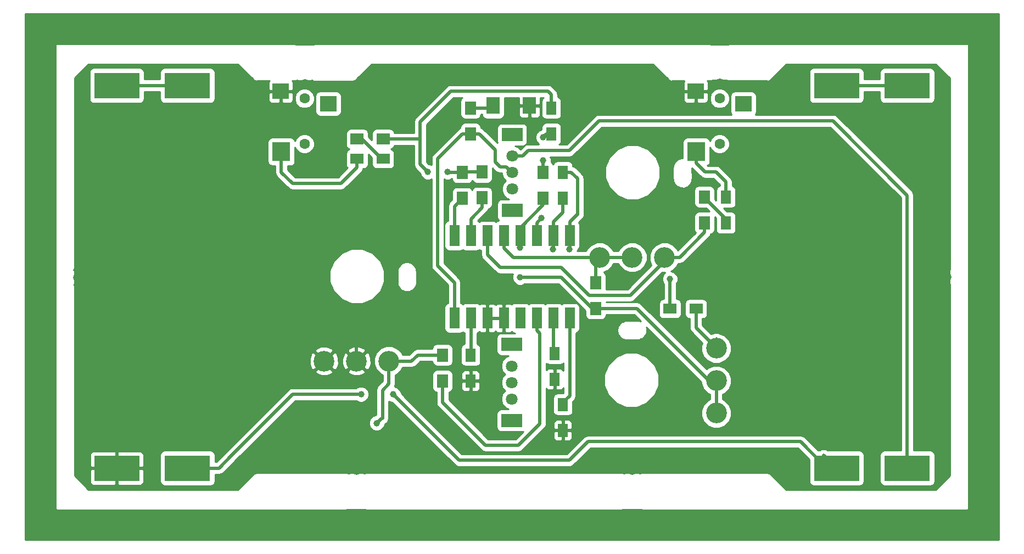
<source format=gbr>
G04 #@! TF.FileFunction,Copper,L1,Top,Signal*
%FSLAX46Y46*%
G04 Gerber Fmt 4.6, Leading zero omitted, Abs format (unit mm)*
G04 Created by KiCad (PCBNEW 4.0.7-e2-6376~58~ubuntu16.04.1) date Sun Feb 25 03:24:25 2018*
%MOMM*%
%LPD*%
G01*
G04 APERTURE LIST*
%ADD10C,0.100000*%
%ADD11R,3.200000X2.000000*%
%ADD12C,1.800000*%
%ADD13R,1.600000X2.000000*%
%ADD14R,2.000000X1.600000*%
%ADD15R,1.700000X2.000000*%
%ADD16R,2.000000X1.700000*%
%ADD17R,2.750000X2.900000*%
%ADD18R,2.550000X2.400000*%
%ADD19C,1.600000*%
%ADD20R,7.000000X4.000000*%
%ADD21R,1.600000X3.200000*%
%ADD22C,3.200000*%
%ADD23R,2.000000X2.600000*%
%ADD24C,1.000000*%
%ADD25C,0.500000*%
%ADD26C,0.254000*%
G04 APERTURE END LIST*
D10*
D11*
X139930000Y-110430000D03*
X139930000Y-122130000D03*
D12*
X139930000Y-118820000D03*
X139930000Y-113740000D03*
X139930000Y-116280000D03*
D11*
X140020000Y-78070000D03*
X140020000Y-89770000D03*
D12*
X140020000Y-86460000D03*
X140020000Y-81380000D03*
X140020000Y-83920000D03*
D13*
X133604000Y-116046000D03*
X133604000Y-112046000D03*
X146558000Y-115792000D03*
X146558000Y-111792000D03*
X147828000Y-123666000D03*
X147828000Y-119666000D03*
X147828000Y-83852000D03*
X147828000Y-87852000D03*
D14*
X164370000Y-104902000D03*
X168370000Y-104902000D03*
D13*
X146050000Y-77946000D03*
X146050000Y-73946000D03*
D14*
X120110000Y-81788000D03*
X116110000Y-81788000D03*
D13*
X172974000Y-87662000D03*
X172974000Y-91662000D03*
D15*
X129286000Y-116046000D03*
X129286000Y-112046000D03*
X132334000Y-87884000D03*
X132334000Y-83884000D03*
X135382000Y-83820000D03*
X135382000Y-87820000D03*
X152908000Y-104870000D03*
X152908000Y-100870000D03*
X144780000Y-83852000D03*
X144780000Y-87852000D03*
D16*
X116110000Y-78740000D03*
X120110000Y-78740000D03*
D15*
X169672000Y-91662000D03*
X169672000Y-87662000D03*
X133604000Y-73946000D03*
X133604000Y-77946000D03*
D17*
X104425000Y-80700000D03*
D18*
X104325000Y-71400000D03*
X111675000Y-73300000D03*
D19*
X108000000Y-72500000D03*
X108000000Y-79500000D03*
D17*
X168425000Y-80700000D03*
D18*
X168325000Y-71400000D03*
X175675000Y-73300000D03*
D19*
X172000000Y-72500000D03*
X172000000Y-79500000D03*
D20*
X89950000Y-70500000D03*
X89950000Y-129500000D03*
X79050000Y-70500000D03*
X79050000Y-129500000D03*
X200950000Y-70500000D03*
X200950000Y-129500000D03*
X190050000Y-70500000D03*
X190050000Y-129500000D03*
D21*
X131110000Y-93650000D03*
X133650000Y-93650000D03*
X136190000Y-93650000D03*
X138730000Y-93650000D03*
X141270000Y-93650000D03*
X143810000Y-93650000D03*
X146350000Y-93650000D03*
X148890000Y-93650000D03*
X148890000Y-106350000D03*
X146350000Y-106350000D03*
X143810000Y-106350000D03*
X141270000Y-106350000D03*
X138730000Y-106350000D03*
X136190000Y-106350000D03*
X131110000Y-106350000D03*
X133650000Y-106350000D03*
D22*
X121000000Y-113000000D03*
X111000000Y-113000000D03*
X116000000Y-113000000D03*
X163500000Y-97000000D03*
X153500000Y-97000000D03*
X158500000Y-97000000D03*
X171500000Y-111000000D03*
X171500000Y-121000000D03*
X171500000Y-116000000D03*
D23*
X137100000Y-73600000D03*
X142700000Y-73600000D03*
D24*
X112903000Y-122428000D03*
X116000000Y-109440000D03*
X144780000Y-78486000D03*
X144780000Y-82042000D03*
X127000000Y-83820000D03*
X130048000Y-83820000D03*
X141224000Y-95504000D03*
X141224000Y-100076000D03*
X119126000Y-122555000D03*
X148844000Y-95758000D03*
X146304000Y-95758000D03*
X144526000Y-90932000D03*
X164338000Y-100330000D03*
X116713000Y-118110000D03*
X121666000Y-118110000D03*
D25*
X112903000Y-122428000D02*
X112903000Y-122682000D01*
X112903000Y-120904000D02*
X112903000Y-122428000D01*
X114046000Y-119761000D02*
X112903000Y-120904000D01*
X117348000Y-119761000D02*
X114046000Y-119761000D01*
X118364000Y-118745000D02*
X117348000Y-119761000D01*
X118364000Y-115364000D02*
X118364000Y-118745000D01*
X116000000Y-113000000D02*
X118364000Y-115364000D01*
X116000000Y-113000000D02*
X116000000Y-109440000D01*
X144780000Y-83852000D02*
X144780000Y-82042000D01*
X144780000Y-78486000D02*
X145320000Y-77946000D01*
X145320000Y-77946000D02*
X146050000Y-77946000D01*
X132334000Y-83884000D02*
X130112000Y-83884000D01*
X125840000Y-82660000D02*
X125840000Y-78740000D01*
X127000000Y-83820000D02*
X125840000Y-82660000D01*
X130112000Y-83884000D02*
X130048000Y-83820000D01*
X130556000Y-71374000D02*
X125840000Y-76090000D01*
X146050000Y-73946000D02*
X146050000Y-71882000D01*
X146050000Y-71882000D02*
X145542000Y-71374000D01*
X145542000Y-71374000D02*
X130556000Y-71374000D01*
X125840000Y-76090000D02*
X125840000Y-78740000D01*
X125840000Y-78740000D02*
X120110000Y-78740000D01*
X135382000Y-83820000D02*
X132398000Y-83820000D01*
X132398000Y-83820000D02*
X132334000Y-83884000D01*
X116110000Y-78740000D02*
X116862000Y-78740000D01*
X116862000Y-78740000D02*
X119910000Y-81788000D01*
X119910000Y-81788000D02*
X120110000Y-81788000D01*
X116110000Y-81788000D02*
X116110000Y-83088000D01*
X113600000Y-85598000D02*
X106172000Y-85598000D01*
X116110000Y-83088000D02*
X113600000Y-85598000D01*
X106172000Y-85598000D02*
X104425000Y-83851000D01*
X104425000Y-83851000D02*
X104425000Y-80700000D01*
X171450000Y-83820000D02*
X172974000Y-85344000D01*
X172974000Y-85344000D02*
X172974000Y-87662000D01*
X169761000Y-83820000D02*
X171450000Y-83820000D01*
X168425000Y-80534000D02*
X168425000Y-82484000D01*
X168425000Y-82484000D02*
X169761000Y-83820000D01*
X172974000Y-91662000D02*
X172974000Y-91114000D01*
X172974000Y-91114000D02*
X169672000Y-87812000D01*
X169672000Y-87812000D02*
X169672000Y-87662000D01*
X171500000Y-116000000D02*
X171500000Y-121000000D01*
X152908000Y-104870000D02*
X152368000Y-104870000D01*
X152368000Y-104870000D02*
X147574000Y-100076000D01*
X141270000Y-95458000D02*
X141270000Y-93650000D01*
X141224000Y-95504000D02*
X141270000Y-95458000D01*
X147574000Y-100076000D02*
X141224000Y-100076000D01*
X152908000Y-104870000D02*
X159226000Y-104870000D01*
X159226000Y-104870000D02*
X170356000Y-116000000D01*
X170356000Y-116000000D02*
X171500000Y-116000000D01*
X141270000Y-93650000D02*
X141270000Y-92410000D01*
X141270000Y-92410000D02*
X144780000Y-88900000D01*
X144780000Y-88900000D02*
X144780000Y-87852000D01*
X190050000Y-70500000D02*
X200950000Y-70500000D01*
X79050000Y-70500000D02*
X89950000Y-70500000D01*
X168370000Y-104902000D02*
X168370000Y-107870000D01*
X168370000Y-107870000D02*
X171500000Y-111000000D01*
X171500000Y-111000000D02*
X171500000Y-109556000D01*
X120015000Y-121793000D02*
X119888000Y-121793000D01*
X119888000Y-121793000D02*
X119126000Y-122555000D01*
X120015000Y-117475000D02*
X120015000Y-121793000D01*
X121000000Y-116490000D02*
X120015000Y-117475000D01*
X121000000Y-115262741D02*
X121000000Y-116490000D01*
X121000000Y-113000000D02*
X121000000Y-115262741D01*
X121000000Y-113000000D02*
X124490000Y-113000000D01*
X125444000Y-112046000D02*
X129286000Y-112046000D01*
X124490000Y-113000000D02*
X125444000Y-112046000D01*
X153500000Y-97000000D02*
X140180000Y-97000000D01*
X138730000Y-95550000D02*
X138730000Y-93650000D01*
X140180000Y-97000000D02*
X138730000Y-95550000D01*
X158500000Y-97000000D02*
X153500000Y-97000000D01*
X153500000Y-97000000D02*
X152908000Y-97592000D01*
X152908000Y-97592000D02*
X152908000Y-100870000D01*
X163500000Y-97000000D02*
X163500000Y-97612000D01*
X163500000Y-97612000D02*
X158242000Y-102870000D01*
X136190000Y-96566000D02*
X136190000Y-93650000D01*
X138176000Y-98552000D02*
X136190000Y-96566000D01*
X147574000Y-98552000D02*
X138176000Y-98552000D01*
X151892000Y-102870000D02*
X147574000Y-98552000D01*
X158242000Y-102870000D02*
X151892000Y-102870000D01*
X169672000Y-91662000D02*
X169672000Y-93162000D01*
X165762741Y-97000000D02*
X163500000Y-97000000D01*
X165834000Y-97000000D02*
X165762741Y-97000000D01*
X169672000Y-93162000D02*
X165834000Y-97000000D01*
X133650000Y-106350000D02*
X133650000Y-112000000D01*
X133650000Y-112000000D02*
X133604000Y-112046000D01*
X146350000Y-106350000D02*
X146350000Y-111584000D01*
X146350000Y-111584000D02*
X146558000Y-111792000D01*
X148890000Y-106350000D02*
X148890000Y-118318000D01*
X148890000Y-118318000D02*
X147828000Y-119380000D01*
X147828000Y-119380000D02*
X147828000Y-119666000D01*
X148844000Y-95758000D02*
X148890000Y-95712000D01*
X148890000Y-95712000D02*
X148890000Y-93650000D01*
X150114000Y-90424000D02*
X150114000Y-90326000D01*
X147828000Y-83852000D02*
X149128000Y-83852000D01*
X149128000Y-83852000D02*
X150114000Y-84838000D01*
X150114000Y-84838000D02*
X150114000Y-90326000D01*
X148890000Y-91550000D02*
X148890000Y-93650000D01*
X150114000Y-90326000D02*
X148890000Y-91550000D01*
X146350000Y-95712000D02*
X146350000Y-93650000D01*
X146304000Y-95758000D02*
X146350000Y-95712000D01*
X146350000Y-93650000D02*
X146350000Y-91550000D01*
X146350000Y-91550000D02*
X147828000Y-90072000D01*
X147828000Y-90072000D02*
X147828000Y-87852000D01*
X164370000Y-104902000D02*
X164370000Y-100362000D01*
X143810000Y-91648000D02*
X143810000Y-93650000D01*
X144526000Y-90932000D02*
X143810000Y-91648000D01*
X164370000Y-100362000D02*
X164338000Y-100330000D01*
X144272000Y-111506000D02*
X144272000Y-108712000D01*
X143810000Y-106350000D02*
X143810000Y-108250000D01*
X129286000Y-119380000D02*
X135890000Y-125984000D01*
X135890000Y-125984000D02*
X140970000Y-125984000D01*
X140970000Y-125984000D02*
X144272000Y-122682000D01*
X129286000Y-119380000D02*
X129286000Y-116046000D01*
X144272000Y-122682000D02*
X144272000Y-111506000D01*
X144272000Y-108712000D02*
X143810000Y-108250000D01*
X131110000Y-93650000D02*
X131110000Y-89108000D01*
X131110000Y-89108000D02*
X132334000Y-87884000D01*
X135382000Y-87820000D02*
X135382000Y-89320000D01*
X135382000Y-89320000D02*
X133650000Y-91052000D01*
X133650000Y-91052000D02*
X133650000Y-93650000D01*
X200950000Y-95631000D02*
X200950000Y-87412000D01*
X153416000Y-75946000D02*
X181356000Y-75946000D01*
X148844000Y-80518000D02*
X153416000Y-75946000D01*
X142494000Y-80518000D02*
X148844000Y-80518000D01*
X141632000Y-81380000D02*
X142494000Y-80518000D01*
X141632000Y-81380000D02*
X140020000Y-81380000D01*
X189484000Y-75946000D02*
X181356000Y-75946000D01*
X200950000Y-87412000D02*
X189484000Y-75946000D01*
X200950000Y-95540000D02*
X200950000Y-95631000D01*
X200950000Y-95631000D02*
X200950000Y-129500000D01*
X131110000Y-106350000D02*
X131110000Y-100884000D01*
X132366000Y-77946000D02*
X133604000Y-77946000D01*
X128524000Y-81788000D02*
X132366000Y-77946000D01*
X128524000Y-98298000D02*
X128524000Y-81788000D01*
X131110000Y-100884000D02*
X128524000Y-98298000D01*
X140020000Y-83920000D02*
X139120001Y-83020001D01*
X139120001Y-83020001D02*
X138138001Y-83020001D01*
X138138001Y-83020001D02*
X137414000Y-82296000D01*
X137414000Y-80406000D02*
X137414000Y-82296000D01*
X133604000Y-77946000D02*
X134954000Y-77946000D01*
X134954000Y-77946000D02*
X137414000Y-80406000D01*
X133604000Y-73946000D02*
X136754000Y-73946000D01*
X136754000Y-73946000D02*
X137100000Y-73600000D01*
X116713000Y-118110000D02*
X106180000Y-118110000D01*
X106180000Y-118110000D02*
X96782000Y-127508000D01*
X96782000Y-127508000D02*
X96774000Y-127508000D01*
X94782000Y-129500000D02*
X89950000Y-129500000D01*
X96774000Y-127508000D02*
X94782000Y-129500000D01*
X122550000Y-119030000D02*
X122550000Y-118994000D01*
X122550000Y-118994000D02*
X121666000Y-118110000D01*
X148850000Y-128280000D02*
X151730000Y-125400000D01*
X122550000Y-119030000D02*
X131800000Y-128280000D01*
X151730000Y-125400000D02*
X184450000Y-125400000D01*
X131800000Y-128280000D02*
X148850000Y-128280000D01*
X184450000Y-125400000D02*
X188550000Y-129500000D01*
X188550000Y-129500000D02*
X190050000Y-129500000D01*
X188058000Y-127508000D02*
X190050000Y-129500000D01*
D26*
G36*
X100044716Y-69540649D02*
X100050578Y-69549422D01*
X100059351Y-69555284D01*
X100076672Y-69572605D01*
X100328749Y-69741037D01*
X100626094Y-69800183D01*
X100742642Y-69777000D01*
X102574974Y-69777000D01*
X102511673Y-69840301D01*
X102415000Y-70073690D01*
X102415000Y-71114250D01*
X102573750Y-71273000D01*
X104198000Y-71273000D01*
X104198000Y-71253000D01*
X104452000Y-71253000D01*
X104452000Y-71273000D01*
X106076250Y-71273000D01*
X106235000Y-71114250D01*
X106235000Y-70073690D01*
X106138327Y-69840301D01*
X106075026Y-69777000D01*
X106500000Y-69777000D01*
X106797345Y-69717854D01*
X106860812Y-69675447D01*
X107104864Y-69776786D01*
X107592995Y-69777212D01*
X108025507Y-69598501D01*
X108454864Y-69776786D01*
X108942995Y-69777212D01*
X109131060Y-69699505D01*
X109193088Y-69740951D01*
X109500000Y-69802000D01*
X115400000Y-69802000D01*
X115706912Y-69740951D01*
X115967100Y-69567100D01*
X116041677Y-69455487D01*
X118345595Y-67175184D01*
X161679246Y-67175184D01*
X164044724Y-69540661D01*
X164050578Y-69549422D01*
X164059339Y-69555276D01*
X164076668Y-69572605D01*
X164328745Y-69741037D01*
X164626090Y-69800183D01*
X164742638Y-69777000D01*
X166574974Y-69777000D01*
X166511673Y-69840301D01*
X166415000Y-70073690D01*
X166415000Y-71114250D01*
X166573750Y-71273000D01*
X168198000Y-71273000D01*
X168198000Y-71253000D01*
X168452000Y-71253000D01*
X168452000Y-71273000D01*
X170076250Y-71273000D01*
X170235000Y-71114250D01*
X170235000Y-70073690D01*
X170138327Y-69840301D01*
X170075026Y-69777000D01*
X170480000Y-69777000D01*
X170490000Y-69775011D01*
X170500000Y-69777000D01*
X170797345Y-69717854D01*
X170933950Y-69626578D01*
X171054864Y-69676786D01*
X171542995Y-69677212D01*
X171994131Y-69490806D01*
X171999707Y-69485240D01*
X172004053Y-69489593D01*
X172454864Y-69676786D01*
X172942995Y-69677212D01*
X173065855Y-69626447D01*
X173202655Y-69717854D01*
X173500000Y-69777000D01*
X173505000Y-69776005D01*
X173510000Y-69777000D01*
X179259551Y-69777000D01*
X179376101Y-69800183D01*
X179673446Y-69741037D01*
X179925523Y-69572604D01*
X179947261Y-69550866D01*
X179949422Y-69549422D01*
X179950866Y-69547261D01*
X180998123Y-68500000D01*
X185808758Y-68500000D01*
X185808758Y-72500000D01*
X185859451Y-72769410D01*
X186018672Y-73016846D01*
X186261615Y-73182843D01*
X186550000Y-73241242D01*
X193550000Y-73241242D01*
X193819410Y-73190549D01*
X194066846Y-73031328D01*
X194232843Y-72788385D01*
X194291242Y-72500000D01*
X194291242Y-71477000D01*
X196708758Y-71477000D01*
X196708758Y-72500000D01*
X196759451Y-72769410D01*
X196918672Y-73016846D01*
X197161615Y-73182843D01*
X197450000Y-73241242D01*
X204450000Y-73241242D01*
X204719410Y-73190549D01*
X204966846Y-73031328D01*
X205132843Y-72788385D01*
X205191242Y-72500000D01*
X205191242Y-68500000D01*
X205140549Y-68230590D01*
X204981328Y-67983154D01*
X204738385Y-67817157D01*
X204450000Y-67758758D01*
X197450000Y-67758758D01*
X197180590Y-67809451D01*
X196933154Y-67968672D01*
X196767157Y-68211615D01*
X196708758Y-68500000D01*
X196708758Y-69523000D01*
X194291242Y-69523000D01*
X194291242Y-68500000D01*
X194240549Y-68230590D01*
X194081328Y-67983154D01*
X193838385Y-67817157D01*
X193550000Y-67758758D01*
X186550000Y-67758758D01*
X186280590Y-67809451D01*
X186033154Y-67968672D01*
X185867157Y-68211615D01*
X185808758Y-68500000D01*
X180998123Y-68500000D01*
X182322935Y-67175184D01*
X205304246Y-67175184D01*
X207473000Y-69343937D01*
X207473000Y-98500000D01*
X207531498Y-98794087D01*
X207423214Y-99054864D01*
X207422788Y-99542995D01*
X207609194Y-99994131D01*
X207614760Y-99999707D01*
X207610407Y-100004053D01*
X207423214Y-100454864D01*
X207422788Y-100942995D01*
X207531470Y-101206025D01*
X207505025Y-101339000D01*
X207473000Y-101500000D01*
X207473003Y-101500014D01*
X207473000Y-101500029D01*
X207474088Y-130651349D01*
X205304255Y-132821190D01*
X182322689Y-132821190D01*
X179949423Y-130450580D01*
X179949422Y-130450578D01*
X179949420Y-130450577D01*
X179949114Y-130450271D01*
X179823898Y-130366706D01*
X179697345Y-130282146D01*
X179697127Y-130282103D01*
X179696943Y-130281980D01*
X179548677Y-130252574D01*
X179400000Y-130223000D01*
X160000000Y-130223000D01*
X159702655Y-130282146D01*
X159685338Y-130293717D01*
X159395136Y-130173214D01*
X158907005Y-130172788D01*
X158474493Y-130351499D01*
X158045136Y-130173214D01*
X157557005Y-130172788D01*
X157322703Y-130269600D01*
X157306912Y-130259049D01*
X157000000Y-130198000D01*
X117500000Y-130198000D01*
X117193088Y-130259049D01*
X117177283Y-130269610D01*
X116945136Y-130173214D01*
X116457005Y-130172788D01*
X116024493Y-130351499D01*
X115595136Y-130173214D01*
X115107005Y-130172788D01*
X114814537Y-130293633D01*
X114797345Y-130282146D01*
X114500000Y-130223000D01*
X100600000Y-130223000D01*
X100451513Y-130252536D01*
X100302754Y-130282105D01*
X100302709Y-130282135D01*
X100302655Y-130282146D01*
X100174327Y-130367892D01*
X100050654Y-130450503D01*
X100050581Y-130450576D01*
X100050578Y-130450578D01*
X100050576Y-130450581D01*
X97679314Y-132821190D01*
X74697939Y-132821190D01*
X72527000Y-130650242D01*
X72527000Y-129785750D01*
X74915000Y-129785750D01*
X74915000Y-131626309D01*
X75011673Y-131859698D01*
X75190301Y-132038327D01*
X75423690Y-132135000D01*
X78764250Y-132135000D01*
X78923000Y-131976250D01*
X78923000Y-129627000D01*
X79177000Y-129627000D01*
X79177000Y-131976250D01*
X79335750Y-132135000D01*
X82676310Y-132135000D01*
X82909699Y-132038327D01*
X83088327Y-131859698D01*
X83185000Y-131626309D01*
X83185000Y-129785750D01*
X83026250Y-129627000D01*
X79177000Y-129627000D01*
X78923000Y-129627000D01*
X75073750Y-129627000D01*
X74915000Y-129785750D01*
X72527000Y-129785750D01*
X72527000Y-127373691D01*
X74915000Y-127373691D01*
X74915000Y-129214250D01*
X75073750Y-129373000D01*
X78923000Y-129373000D01*
X78923000Y-127023750D01*
X79177000Y-127023750D01*
X79177000Y-129373000D01*
X83026250Y-129373000D01*
X83185000Y-129214250D01*
X83185000Y-127500000D01*
X85708758Y-127500000D01*
X85708758Y-131500000D01*
X85759451Y-131769410D01*
X85918672Y-132016846D01*
X86161615Y-132182843D01*
X86450000Y-132241242D01*
X93450000Y-132241242D01*
X93719410Y-132190549D01*
X93966846Y-132031328D01*
X94132843Y-131788385D01*
X94191242Y-131500000D01*
X94191242Y-130477000D01*
X94782000Y-130477000D01*
X95155882Y-130402630D01*
X95472843Y-130190843D01*
X97448737Y-128214950D01*
X97472843Y-128198843D01*
X102873691Y-122797995D01*
X117898788Y-122797995D01*
X118085194Y-123249131D01*
X118430053Y-123594593D01*
X118880864Y-123781786D01*
X119368995Y-123782212D01*
X119820131Y-123595806D01*
X120165593Y-123250947D01*
X120352786Y-122800136D01*
X120352865Y-122709822D01*
X120361637Y-122701049D01*
X120388882Y-122695630D01*
X120705843Y-122483843D01*
X120917630Y-122166882D01*
X120992000Y-121793000D01*
X120992000Y-119158706D01*
X121420864Y-119336786D01*
X121511179Y-119336865D01*
X121786665Y-119612351D01*
X121859157Y-119720843D01*
X131109156Y-128970843D01*
X131341542Y-129126118D01*
X131426118Y-129182630D01*
X131800000Y-129257000D01*
X148850000Y-129257000D01*
X149223882Y-129182630D01*
X149540843Y-128970843D01*
X152134686Y-126377000D01*
X184045314Y-126377000D01*
X185808758Y-128140444D01*
X185808758Y-131500000D01*
X185859451Y-131769410D01*
X186018672Y-132016846D01*
X186261615Y-132182843D01*
X186550000Y-132241242D01*
X193550000Y-132241242D01*
X193819410Y-132190549D01*
X194066846Y-132031328D01*
X194232843Y-131788385D01*
X194291242Y-131500000D01*
X194291242Y-127500000D01*
X194240549Y-127230590D01*
X194081328Y-126983154D01*
X193838385Y-126817157D01*
X193550000Y-126758758D01*
X188661443Y-126758758D01*
X188431881Y-126605370D01*
X188058000Y-126531000D01*
X187684119Y-126605370D01*
X187454557Y-126758758D01*
X187190444Y-126758758D01*
X185140843Y-124709157D01*
X184823882Y-124497370D01*
X184450000Y-124423000D01*
X151730000Y-124423000D01*
X151356118Y-124497370D01*
X151039157Y-124709157D01*
X148445314Y-127303000D01*
X132204687Y-127303000D01*
X123313336Y-118411650D01*
X123240843Y-118303157D01*
X122893135Y-117955449D01*
X122893212Y-117867005D01*
X122706806Y-117415869D01*
X122361947Y-117070407D01*
X121911136Y-116883214D01*
X121889725Y-116883195D01*
X121902630Y-116863882D01*
X121926378Y-116744491D01*
X121977000Y-116490000D01*
X121977000Y-115114129D01*
X122141885Y-115046000D01*
X127694758Y-115046000D01*
X127694758Y-117046000D01*
X127745451Y-117315410D01*
X127904672Y-117562846D01*
X128147615Y-117728843D01*
X128309000Y-117761524D01*
X128309000Y-119380000D01*
X128383370Y-119753882D01*
X128595157Y-120070843D01*
X135199156Y-126674843D01*
X135483746Y-126865000D01*
X135516118Y-126886630D01*
X135890000Y-126961000D01*
X140970000Y-126961000D01*
X141343882Y-126886630D01*
X141660843Y-126674843D01*
X144383936Y-123951750D01*
X146393000Y-123951750D01*
X146393000Y-124792309D01*
X146489673Y-125025698D01*
X146668301Y-125204327D01*
X146901690Y-125301000D01*
X147542250Y-125301000D01*
X147701000Y-125142250D01*
X147701000Y-123793000D01*
X147955000Y-123793000D01*
X147955000Y-125142250D01*
X148113750Y-125301000D01*
X148754310Y-125301000D01*
X148987699Y-125204327D01*
X149166327Y-125025698D01*
X149263000Y-124792309D01*
X149263000Y-123951750D01*
X149104250Y-123793000D01*
X147955000Y-123793000D01*
X147701000Y-123793000D01*
X146551750Y-123793000D01*
X146393000Y-123951750D01*
X144383936Y-123951750D01*
X144962843Y-123372843D01*
X144970363Y-123361589D01*
X145174630Y-123055882D01*
X145249000Y-122682000D01*
X145249000Y-122539691D01*
X146393000Y-122539691D01*
X146393000Y-123380250D01*
X146551750Y-123539000D01*
X147701000Y-123539000D01*
X147701000Y-122189750D01*
X147955000Y-122189750D01*
X147955000Y-123539000D01*
X149104250Y-123539000D01*
X149263000Y-123380250D01*
X149263000Y-122539691D01*
X149166327Y-122306302D01*
X148987699Y-122127673D01*
X148754310Y-122031000D01*
X148113750Y-122031000D01*
X147955000Y-122189750D01*
X147701000Y-122189750D01*
X147542250Y-122031000D01*
X146901690Y-122031000D01*
X146668301Y-122127673D01*
X146489673Y-122306302D01*
X146393000Y-122539691D01*
X145249000Y-122539691D01*
X145249000Y-117181025D01*
X145398301Y-117330327D01*
X145631690Y-117427000D01*
X146272250Y-117427000D01*
X146431000Y-117268250D01*
X146431000Y-115919000D01*
X146411000Y-115919000D01*
X146411000Y-115665000D01*
X146431000Y-115665000D01*
X146431000Y-114315750D01*
X146272250Y-114157000D01*
X145631690Y-114157000D01*
X145398301Y-114253673D01*
X145249000Y-114402975D01*
X145249000Y-113324102D01*
X145469615Y-113474843D01*
X145758000Y-113533242D01*
X147358000Y-113533242D01*
X147627410Y-113482549D01*
X147874846Y-113323328D01*
X147913000Y-113267488D01*
X147913000Y-114472554D01*
X147896327Y-114432302D01*
X147717699Y-114253673D01*
X147484310Y-114157000D01*
X146843750Y-114157000D01*
X146685000Y-114315750D01*
X146685000Y-115665000D01*
X146705000Y-115665000D01*
X146705000Y-115919000D01*
X146685000Y-115919000D01*
X146685000Y-117268250D01*
X146843750Y-117427000D01*
X147484310Y-117427000D01*
X147717699Y-117330327D01*
X147896327Y-117151698D01*
X147913000Y-117111446D01*
X147913000Y-117913314D01*
X147901556Y-117924758D01*
X147028000Y-117924758D01*
X146758590Y-117975451D01*
X146511154Y-118134672D01*
X146345157Y-118377615D01*
X146286758Y-118666000D01*
X146286758Y-120666000D01*
X146337451Y-120935410D01*
X146496672Y-121182846D01*
X146739615Y-121348843D01*
X147028000Y-121407242D01*
X148628000Y-121407242D01*
X148897410Y-121356549D01*
X149144846Y-121197328D01*
X149310843Y-120954385D01*
X149369242Y-120666000D01*
X149369242Y-119220444D01*
X149580843Y-119008843D01*
X149719824Y-118800843D01*
X149792630Y-118691882D01*
X149867000Y-118318000D01*
X149867000Y-116737114D01*
X154172268Y-116737114D01*
X154814434Y-118291275D01*
X156002470Y-119481387D01*
X157555509Y-120126265D01*
X159237114Y-120127732D01*
X160791275Y-119485566D01*
X161981387Y-118297530D01*
X162626265Y-116744491D01*
X162627732Y-115062886D01*
X161985566Y-113508725D01*
X160797530Y-112318613D01*
X159244491Y-111673735D01*
X157562886Y-111672268D01*
X156008725Y-112314434D01*
X154818613Y-113502470D01*
X154173735Y-115055509D01*
X154172268Y-116737114D01*
X149867000Y-116737114D01*
X149867000Y-108657937D01*
X149959410Y-108640549D01*
X150206846Y-108481328D01*
X150372843Y-108238385D01*
X150431242Y-107950000D01*
X150431242Y-104750000D01*
X150380549Y-104480590D01*
X150221328Y-104233154D01*
X149978385Y-104067157D01*
X149690000Y-104008758D01*
X148090000Y-104008758D01*
X147820590Y-104059451D01*
X147617948Y-104189848D01*
X147438385Y-104067157D01*
X147150000Y-104008758D01*
X145550000Y-104008758D01*
X145280590Y-104059451D01*
X145077948Y-104189848D01*
X144898385Y-104067157D01*
X144610000Y-104008758D01*
X143010000Y-104008758D01*
X142740590Y-104059451D01*
X142537948Y-104189848D01*
X142358385Y-104067157D01*
X142070000Y-104008758D01*
X140470000Y-104008758D01*
X140200590Y-104059451D01*
X139953154Y-104218672D01*
X139930237Y-104252212D01*
X139889698Y-104211673D01*
X139656309Y-104115000D01*
X139015750Y-104115000D01*
X138857000Y-104273750D01*
X138857000Y-106223000D01*
X138877000Y-106223000D01*
X138877000Y-106477000D01*
X138857000Y-106477000D01*
X138857000Y-108426250D01*
X139015750Y-108585000D01*
X139656309Y-108585000D01*
X139889698Y-108488327D01*
X139927908Y-108450118D01*
X139938672Y-108466846D01*
X140181615Y-108632843D01*
X140457734Y-108688758D01*
X138330000Y-108688758D01*
X138060590Y-108739451D01*
X137813154Y-108898672D01*
X137647157Y-109141615D01*
X137588758Y-109430000D01*
X137588758Y-111430000D01*
X137639451Y-111699410D01*
X137798672Y-111946846D01*
X138041615Y-112112843D01*
X138330000Y-112171242D01*
X139466150Y-112171242D01*
X139009582Y-112359892D01*
X138551501Y-112817175D01*
X138303283Y-113414950D01*
X138302718Y-114062211D01*
X138549892Y-114660418D01*
X138899073Y-115010208D01*
X138551501Y-115357175D01*
X138303283Y-115954950D01*
X138302718Y-116602211D01*
X138549892Y-117200418D01*
X138899073Y-117550208D01*
X138551501Y-117897175D01*
X138303283Y-118494950D01*
X138302718Y-119142211D01*
X138549892Y-119740418D01*
X139007175Y-120198499D01*
X139465369Y-120388758D01*
X138330000Y-120388758D01*
X138060590Y-120439451D01*
X137813154Y-120598672D01*
X137647157Y-120841615D01*
X137588758Y-121130000D01*
X137588758Y-123130000D01*
X137639451Y-123399410D01*
X137798672Y-123646846D01*
X138041615Y-123812843D01*
X138330000Y-123871242D01*
X141530000Y-123871242D01*
X141740722Y-123831592D01*
X140565314Y-125007000D01*
X136294687Y-125007000D01*
X130263000Y-118975314D01*
X130263000Y-117763345D01*
X130405410Y-117736549D01*
X130652846Y-117577328D01*
X130818843Y-117334385D01*
X130877242Y-117046000D01*
X130877242Y-116331750D01*
X132169000Y-116331750D01*
X132169000Y-117172309D01*
X132265673Y-117405698D01*
X132444301Y-117584327D01*
X132677690Y-117681000D01*
X133318250Y-117681000D01*
X133477000Y-117522250D01*
X133477000Y-116173000D01*
X133731000Y-116173000D01*
X133731000Y-117522250D01*
X133889750Y-117681000D01*
X134530310Y-117681000D01*
X134763699Y-117584327D01*
X134942327Y-117405698D01*
X135039000Y-117172309D01*
X135039000Y-116331750D01*
X134880250Y-116173000D01*
X133731000Y-116173000D01*
X133477000Y-116173000D01*
X132327750Y-116173000D01*
X132169000Y-116331750D01*
X130877242Y-116331750D01*
X130877242Y-115046000D01*
X130853476Y-114919691D01*
X132169000Y-114919691D01*
X132169000Y-115760250D01*
X132327750Y-115919000D01*
X133477000Y-115919000D01*
X133477000Y-114569750D01*
X133731000Y-114569750D01*
X133731000Y-115919000D01*
X134880250Y-115919000D01*
X135039000Y-115760250D01*
X135039000Y-114919691D01*
X134942327Y-114686302D01*
X134763699Y-114507673D01*
X134530310Y-114411000D01*
X133889750Y-114411000D01*
X133731000Y-114569750D01*
X133477000Y-114569750D01*
X133318250Y-114411000D01*
X132677690Y-114411000D01*
X132444301Y-114507673D01*
X132265673Y-114686302D01*
X132169000Y-114919691D01*
X130853476Y-114919691D01*
X130826549Y-114776590D01*
X130667328Y-114529154D01*
X130424385Y-114363157D01*
X130136000Y-114304758D01*
X128436000Y-114304758D01*
X128166590Y-114355451D01*
X127919154Y-114514672D01*
X127753157Y-114757615D01*
X127694758Y-115046000D01*
X122141885Y-115046000D01*
X122316418Y-114973885D01*
X122971585Y-114319861D01*
X123113953Y-113977000D01*
X124490000Y-113977000D01*
X124863882Y-113902630D01*
X125180843Y-113690843D01*
X125848687Y-113023000D01*
X127694758Y-113023000D01*
X127694758Y-113046000D01*
X127745451Y-113315410D01*
X127904672Y-113562846D01*
X128147615Y-113728843D01*
X128436000Y-113787242D01*
X130136000Y-113787242D01*
X130405410Y-113736549D01*
X130652846Y-113577328D01*
X130818843Y-113334385D01*
X130877242Y-113046000D01*
X130877242Y-111046000D01*
X130826549Y-110776590D01*
X130667328Y-110529154D01*
X130424385Y-110363157D01*
X130136000Y-110304758D01*
X128436000Y-110304758D01*
X128166590Y-110355451D01*
X127919154Y-110514672D01*
X127753157Y-110757615D01*
X127694758Y-111046000D01*
X127694758Y-111069000D01*
X125444000Y-111069000D01*
X125070118Y-111143370D01*
X124970221Y-111210119D01*
X124753157Y-111355156D01*
X124085314Y-112023000D01*
X123114129Y-112023000D01*
X122973885Y-111683582D01*
X122319861Y-111028415D01*
X121464900Y-110673404D01*
X120539162Y-110672597D01*
X119683582Y-111026115D01*
X119028415Y-111680139D01*
X118673404Y-112535100D01*
X118672597Y-113460838D01*
X119026115Y-114316418D01*
X119680139Y-114971585D01*
X120023000Y-115113953D01*
X120023000Y-116085313D01*
X119324157Y-116784157D01*
X119112370Y-117101118D01*
X119038000Y-117475000D01*
X119038000Y-121261313D01*
X118971448Y-121327865D01*
X118883005Y-121327788D01*
X118431869Y-121514194D01*
X118086407Y-121859053D01*
X117899214Y-122309864D01*
X117898788Y-122797995D01*
X102873691Y-122797995D01*
X106584686Y-119087000D01*
X115954569Y-119087000D01*
X116017053Y-119149593D01*
X116467864Y-119336786D01*
X116955995Y-119337212D01*
X117407131Y-119150806D01*
X117752593Y-118805947D01*
X117939786Y-118355136D01*
X117940212Y-117867005D01*
X117753806Y-117415869D01*
X117408947Y-117070407D01*
X116958136Y-116883214D01*
X116470005Y-116882788D01*
X116018869Y-117069194D01*
X115954951Y-117133000D01*
X106180000Y-117133000D01*
X105806118Y-117207370D01*
X105509300Y-117405698D01*
X105489157Y-117419157D01*
X96107268Y-126801046D01*
X96083156Y-126817157D01*
X94377314Y-128523000D01*
X94191242Y-128523000D01*
X94191242Y-127500000D01*
X94140549Y-127230590D01*
X93981328Y-126983154D01*
X93738385Y-126817157D01*
X93450000Y-126758758D01*
X86450000Y-126758758D01*
X86180590Y-126809451D01*
X85933154Y-126968672D01*
X85767157Y-127211615D01*
X85708758Y-127500000D01*
X83185000Y-127500000D01*
X83185000Y-127373691D01*
X83088327Y-127140302D01*
X82909699Y-126961673D01*
X82676310Y-126865000D01*
X79335750Y-126865000D01*
X79177000Y-127023750D01*
X78923000Y-127023750D01*
X78764250Y-126865000D01*
X75423690Y-126865000D01*
X75190301Y-126961673D01*
X75011673Y-127140302D01*
X74915000Y-127373691D01*
X72527000Y-127373691D01*
X72527000Y-114586202D01*
X109593403Y-114586202D01*
X109765390Y-114915360D01*
X110592346Y-115242026D01*
X111481363Y-115227365D01*
X112234610Y-114915360D01*
X112406597Y-114586202D01*
X114593403Y-114586202D01*
X114765390Y-114915360D01*
X115592346Y-115242026D01*
X116481363Y-115227365D01*
X117234610Y-114915360D01*
X117406597Y-114586202D01*
X116000000Y-113179605D01*
X114593403Y-114586202D01*
X112406597Y-114586202D01*
X111000000Y-113179605D01*
X109593403Y-114586202D01*
X72527000Y-114586202D01*
X72527000Y-112592346D01*
X108757974Y-112592346D01*
X108772635Y-113481363D01*
X109084640Y-114234610D01*
X109413798Y-114406597D01*
X110820395Y-113000000D01*
X111179605Y-113000000D01*
X112586202Y-114406597D01*
X112915360Y-114234610D01*
X113242026Y-113407654D01*
X113228581Y-112592346D01*
X113757974Y-112592346D01*
X113772635Y-113481363D01*
X114084640Y-114234610D01*
X114413798Y-114406597D01*
X115820395Y-113000000D01*
X116179605Y-113000000D01*
X117586202Y-114406597D01*
X117915360Y-114234610D01*
X118242026Y-113407654D01*
X118227365Y-112518637D01*
X117915360Y-111765390D01*
X117586202Y-111593403D01*
X116179605Y-113000000D01*
X115820395Y-113000000D01*
X114413798Y-111593403D01*
X114084640Y-111765390D01*
X113757974Y-112592346D01*
X113228581Y-112592346D01*
X113227365Y-112518637D01*
X112915360Y-111765390D01*
X112586202Y-111593403D01*
X111179605Y-113000000D01*
X110820395Y-113000000D01*
X109413798Y-111593403D01*
X109084640Y-111765390D01*
X108757974Y-112592346D01*
X72527000Y-112592346D01*
X72527000Y-111413798D01*
X109593403Y-111413798D01*
X111000000Y-112820395D01*
X112406597Y-111413798D01*
X114593403Y-111413798D01*
X116000000Y-112820395D01*
X117406597Y-111413798D01*
X117234610Y-111084640D01*
X116407654Y-110757974D01*
X115518637Y-110772635D01*
X114765390Y-111084640D01*
X114593403Y-111413798D01*
X112406597Y-111413798D01*
X112234610Y-111084640D01*
X111407654Y-110757974D01*
X110518637Y-110772635D01*
X109765390Y-111084640D01*
X109593403Y-111413798D01*
X72527000Y-111413798D01*
X72527000Y-101500000D01*
X72467854Y-101202655D01*
X72438251Y-101158351D01*
X72526786Y-100945136D01*
X72526967Y-100737114D01*
X111872268Y-100737114D01*
X112514434Y-102291275D01*
X113702470Y-103481387D01*
X115255509Y-104126265D01*
X116937114Y-104127732D01*
X118491275Y-103485566D01*
X119681387Y-102297530D01*
X120326265Y-100744491D01*
X120327645Y-99161600D01*
X122301640Y-99161600D01*
X122301640Y-100838000D01*
X122328415Y-100972604D01*
X122328888Y-101017913D01*
X122378506Y-101254417D01*
X122437137Y-101391882D01*
X122493272Y-101530320D01*
X122639185Y-101752263D01*
X122762985Y-101877925D01*
X122858801Y-101975182D01*
X123078541Y-102124391D01*
X123266120Y-102203733D01*
X123366743Y-102246295D01*
X123626857Y-102300056D01*
X123939773Y-102302391D01*
X123939774Y-102302391D01*
X124200661Y-102252518D01*
X124367655Y-102184802D01*
X124490649Y-102134929D01*
X124712592Y-101989016D01*
X124935509Y-101769402D01*
X124935511Y-101769400D01*
X125084720Y-101549660D01*
X125185962Y-101310306D01*
X125206624Y-101261458D01*
X125260385Y-101001344D01*
X125260818Y-100943353D01*
X125282261Y-100828279D01*
X125261941Y-99151880D01*
X125244900Y-99071325D01*
X125243185Y-98976616D01*
X125192198Y-98742524D01*
X125132558Y-98605608D01*
X125075410Y-98467638D01*
X124928950Y-98248444D01*
X124707676Y-98027170D01*
X124488482Y-97880710D01*
X124298582Y-97802052D01*
X124199378Y-97760960D01*
X123940822Y-97709530D01*
X123784360Y-97709531D01*
X123627897Y-97709530D01*
X123369342Y-97760960D01*
X123270138Y-97802052D01*
X123080238Y-97880710D01*
X122861044Y-98027170D01*
X122639770Y-98248444D01*
X122493310Y-98467638D01*
X122443593Y-98587668D01*
X122373560Y-98756742D01*
X122322130Y-99015298D01*
X122322130Y-99058590D01*
X122301640Y-99161600D01*
X120327645Y-99161600D01*
X120327732Y-99062886D01*
X119685566Y-97508725D01*
X118497530Y-96318613D01*
X116944491Y-95673735D01*
X115262886Y-95672268D01*
X113708725Y-96314434D01*
X112518613Y-97502470D01*
X111873735Y-99055509D01*
X111872268Y-100737114D01*
X72526967Y-100737114D01*
X72527212Y-100457005D01*
X72348501Y-100024493D01*
X72526786Y-99595136D01*
X72527212Y-99107005D01*
X72425472Y-98860775D01*
X72467854Y-98797345D01*
X72527000Y-98500000D01*
X72527000Y-79250000D01*
X102308758Y-79250000D01*
X102308758Y-82150000D01*
X102359451Y-82419410D01*
X102518672Y-82666846D01*
X102761615Y-82832843D01*
X103050000Y-82891242D01*
X103448000Y-82891242D01*
X103448000Y-83851000D01*
X103522370Y-84224882D01*
X103713443Y-84510843D01*
X103734157Y-84541843D01*
X105481157Y-86288843D01*
X105798118Y-86500630D01*
X106172000Y-86575000D01*
X113600000Y-86575000D01*
X113973882Y-86500630D01*
X114290843Y-86288843D01*
X116800843Y-83778843D01*
X117012630Y-83461882D01*
X117039014Y-83329242D01*
X117110000Y-83329242D01*
X117379410Y-83278549D01*
X117626846Y-83119328D01*
X117792843Y-82876385D01*
X117851242Y-82588000D01*
X117851242Y-81110928D01*
X118368758Y-81628444D01*
X118368758Y-82588000D01*
X118419451Y-82857410D01*
X118578672Y-83104846D01*
X118821615Y-83270843D01*
X119110000Y-83329242D01*
X121110000Y-83329242D01*
X121379410Y-83278549D01*
X121626846Y-83119328D01*
X121792843Y-82876385D01*
X121851242Y-82588000D01*
X121851242Y-80988000D01*
X121800549Y-80718590D01*
X121641328Y-80471154D01*
X121398385Y-80305157D01*
X121326256Y-80290551D01*
X121379410Y-80280549D01*
X121626846Y-80121328D01*
X121792843Y-79878385D01*
X121825524Y-79717000D01*
X124863000Y-79717000D01*
X124863000Y-82660000D01*
X124937370Y-83033882D01*
X125129254Y-83321056D01*
X125149157Y-83350843D01*
X125772865Y-83974552D01*
X125772788Y-84062995D01*
X125959194Y-84514131D01*
X126304053Y-84859593D01*
X126754864Y-85046786D01*
X127242995Y-85047212D01*
X127547000Y-84921599D01*
X127547000Y-98298000D01*
X127621370Y-98671882D01*
X127749533Y-98863691D01*
X127833157Y-98988843D01*
X130133000Y-101288687D01*
X130133000Y-104042063D01*
X130040590Y-104059451D01*
X129793154Y-104218672D01*
X129627157Y-104461615D01*
X129568758Y-104750000D01*
X129568758Y-107950000D01*
X129619451Y-108219410D01*
X129778672Y-108466846D01*
X130021615Y-108632843D01*
X130310000Y-108691242D01*
X131910000Y-108691242D01*
X132179410Y-108640549D01*
X132382052Y-108510152D01*
X132561615Y-108632843D01*
X132673000Y-108655399D01*
X132673000Y-110329407D01*
X132534590Y-110355451D01*
X132287154Y-110514672D01*
X132121157Y-110757615D01*
X132062758Y-111046000D01*
X132062758Y-113046000D01*
X132113451Y-113315410D01*
X132272672Y-113562846D01*
X132515615Y-113728843D01*
X132804000Y-113787242D01*
X134404000Y-113787242D01*
X134673410Y-113736549D01*
X134920846Y-113577328D01*
X135086843Y-113334385D01*
X135145242Y-113046000D01*
X135145242Y-111046000D01*
X135094549Y-110776590D01*
X134935328Y-110529154D01*
X134692385Y-110363157D01*
X134627000Y-110349916D01*
X134627000Y-108657937D01*
X134719410Y-108640549D01*
X134966846Y-108481328D01*
X134989763Y-108447788D01*
X135030302Y-108488327D01*
X135263691Y-108585000D01*
X135904250Y-108585000D01*
X136063000Y-108426250D01*
X136063000Y-106477000D01*
X136317000Y-106477000D01*
X136317000Y-108426250D01*
X136475750Y-108585000D01*
X137116309Y-108585000D01*
X137349698Y-108488327D01*
X137460000Y-108378026D01*
X137570302Y-108488327D01*
X137803691Y-108585000D01*
X138444250Y-108585000D01*
X138603000Y-108426250D01*
X138603000Y-106477000D01*
X136317000Y-106477000D01*
X136063000Y-106477000D01*
X136043000Y-106477000D01*
X136043000Y-106223000D01*
X136063000Y-106223000D01*
X136063000Y-104273750D01*
X136317000Y-104273750D01*
X136317000Y-106223000D01*
X138603000Y-106223000D01*
X138603000Y-104273750D01*
X138444250Y-104115000D01*
X137803691Y-104115000D01*
X137570302Y-104211673D01*
X137460000Y-104321974D01*
X137349698Y-104211673D01*
X137116309Y-104115000D01*
X136475750Y-104115000D01*
X136317000Y-104273750D01*
X136063000Y-104273750D01*
X135904250Y-104115000D01*
X135263691Y-104115000D01*
X135030302Y-104211673D01*
X134992092Y-104249882D01*
X134981328Y-104233154D01*
X134738385Y-104067157D01*
X134450000Y-104008758D01*
X132850000Y-104008758D01*
X132580590Y-104059451D01*
X132377948Y-104189848D01*
X132198385Y-104067157D01*
X132087000Y-104044601D01*
X132087000Y-100884000D01*
X132012630Y-100510118D01*
X131886356Y-100321136D01*
X131800843Y-100193156D01*
X129501000Y-97893314D01*
X129501000Y-84921441D01*
X129802864Y-85046786D01*
X130290995Y-85047212D01*
X130741661Y-84861000D01*
X130742758Y-84861000D01*
X130742758Y-84884000D01*
X130793451Y-85153410D01*
X130952672Y-85400846D01*
X131195615Y-85566843D01*
X131484000Y-85625242D01*
X133184000Y-85625242D01*
X133453410Y-85574549D01*
X133700846Y-85415328D01*
X133866843Y-85172385D01*
X133873546Y-85139286D01*
X134000672Y-85336846D01*
X134243615Y-85502843D01*
X134532000Y-85561242D01*
X136232000Y-85561242D01*
X136501410Y-85510549D01*
X136748846Y-85351328D01*
X136914843Y-85108385D01*
X136973242Y-84820000D01*
X136973242Y-83236928D01*
X137447158Y-83710844D01*
X137764119Y-83922631D01*
X138138001Y-83997001D01*
X138392932Y-83997001D01*
X138392718Y-84242211D01*
X138639892Y-84840418D01*
X138989073Y-85190208D01*
X138641501Y-85537175D01*
X138393283Y-86134950D01*
X138392718Y-86782211D01*
X138639892Y-87380418D01*
X139097175Y-87838499D01*
X139555369Y-88028758D01*
X138420000Y-88028758D01*
X138150590Y-88079451D01*
X137903154Y-88238672D01*
X137737157Y-88481615D01*
X137678758Y-88770000D01*
X137678758Y-90770000D01*
X137729451Y-91039410D01*
X137888672Y-91286846D01*
X137922740Y-91310124D01*
X137660590Y-91359451D01*
X137457948Y-91489848D01*
X137278385Y-91367157D01*
X136990000Y-91308758D01*
X135390000Y-91308758D01*
X135120590Y-91359451D01*
X134917948Y-91489848D01*
X134738385Y-91367157D01*
X134720210Y-91363476D01*
X136072843Y-90010843D01*
X136080214Y-89999812D01*
X136284630Y-89693882D01*
X136314086Y-89545796D01*
X136501410Y-89510549D01*
X136748846Y-89351328D01*
X136914843Y-89108385D01*
X136973242Y-88820000D01*
X136973242Y-86820000D01*
X136922549Y-86550590D01*
X136763328Y-86303154D01*
X136520385Y-86137157D01*
X136232000Y-86078758D01*
X134532000Y-86078758D01*
X134262590Y-86129451D01*
X134015154Y-86288672D01*
X133849157Y-86531615D01*
X133842454Y-86564714D01*
X133715328Y-86367154D01*
X133472385Y-86201157D01*
X133184000Y-86142758D01*
X131484000Y-86142758D01*
X131214590Y-86193451D01*
X130967154Y-86352672D01*
X130801157Y-86595615D01*
X130742758Y-86884000D01*
X130742758Y-88093556D01*
X130419157Y-88417157D01*
X130207370Y-88734118D01*
X130133000Y-89108000D01*
X130133000Y-91342063D01*
X130040590Y-91359451D01*
X129793154Y-91518672D01*
X129627157Y-91761615D01*
X129568758Y-92050000D01*
X129568758Y-95250000D01*
X129619451Y-95519410D01*
X129778672Y-95766846D01*
X130021615Y-95932843D01*
X130310000Y-95991242D01*
X131910000Y-95991242D01*
X132179410Y-95940549D01*
X132382052Y-95810152D01*
X132561615Y-95932843D01*
X132850000Y-95991242D01*
X134450000Y-95991242D01*
X134719410Y-95940549D01*
X134922052Y-95810152D01*
X135101615Y-95932843D01*
X135213000Y-95955399D01*
X135213000Y-96566000D01*
X135287370Y-96939882D01*
X135317659Y-96985212D01*
X135499157Y-97256843D01*
X137485157Y-99242843D01*
X137802118Y-99454630D01*
X138176000Y-99529000D01*
X140122559Y-99529000D01*
X139997214Y-99830864D01*
X139996788Y-100318995D01*
X140183194Y-100770131D01*
X140528053Y-101115593D01*
X140978864Y-101302786D01*
X141466995Y-101303212D01*
X141918131Y-101116806D01*
X141982049Y-101053000D01*
X147169314Y-101053000D01*
X151316758Y-105200444D01*
X151316758Y-105870000D01*
X151367451Y-106139410D01*
X151526672Y-106386846D01*
X151769615Y-106552843D01*
X152058000Y-106611242D01*
X153758000Y-106611242D01*
X154027410Y-106560549D01*
X154274846Y-106401328D01*
X154440843Y-106158385D01*
X154499242Y-105870000D01*
X154499242Y-105847000D01*
X158821314Y-105847000D01*
X159813958Y-106839644D01*
X159755119Y-106814756D01*
X159495004Y-106760995D01*
X159437013Y-106760562D01*
X159321939Y-106739119D01*
X157645540Y-106759439D01*
X157564985Y-106776480D01*
X157470276Y-106778195D01*
X157236184Y-106829182D01*
X157099268Y-106888822D01*
X156961298Y-106945970D01*
X156742104Y-107092430D01*
X156520830Y-107313704D01*
X156374370Y-107532898D01*
X156306405Y-107696983D01*
X156254620Y-107822002D01*
X156203190Y-108080558D01*
X156203191Y-108237020D01*
X156203190Y-108393482D01*
X156254620Y-108652038D01*
X156290828Y-108739451D01*
X156374370Y-108941142D01*
X156520830Y-109160336D01*
X156742104Y-109381610D01*
X156961298Y-109528070D01*
X157151198Y-109606728D01*
X157250402Y-109647820D01*
X157508957Y-109699250D01*
X157552250Y-109699250D01*
X157655260Y-109719740D01*
X159331660Y-109719740D01*
X159466264Y-109692965D01*
X159511573Y-109692492D01*
X159748077Y-109642874D01*
X159885542Y-109584243D01*
X160023980Y-109528108D01*
X160245923Y-109382195D01*
X160468840Y-109162581D01*
X160468842Y-109162579D01*
X160618051Y-108942839D01*
X160718751Y-108704766D01*
X160739955Y-108654637D01*
X160793716Y-108394523D01*
X160796051Y-108081607D01*
X160796051Y-108081606D01*
X160746178Y-107820719D01*
X160712855Y-107738541D01*
X169172826Y-116198512D01*
X169172597Y-116460838D01*
X169526115Y-117316418D01*
X170180139Y-117971585D01*
X170523000Y-118113953D01*
X170523000Y-118885871D01*
X170183582Y-119026115D01*
X169528415Y-119680139D01*
X169173404Y-120535100D01*
X169172597Y-121460838D01*
X169526115Y-122316418D01*
X170180139Y-122971585D01*
X171035100Y-123326596D01*
X171960838Y-123327403D01*
X172816418Y-122973885D01*
X173471585Y-122319861D01*
X173826596Y-121464900D01*
X173827403Y-120539162D01*
X173473885Y-119683582D01*
X172819861Y-119028415D01*
X172477000Y-118886047D01*
X172477000Y-118114129D01*
X172816418Y-117973885D01*
X173471585Y-117319861D01*
X173826596Y-116464900D01*
X173827403Y-115539162D01*
X173473885Y-114683582D01*
X172819861Y-114028415D01*
X171964900Y-113673404D01*
X171039162Y-113672597D01*
X170183582Y-114026115D01*
X169973508Y-114235822D01*
X159916843Y-104179157D01*
X159839880Y-104127732D01*
X159599882Y-103967370D01*
X159226000Y-103893000D01*
X154499242Y-103893000D01*
X154499242Y-103870000D01*
X154494914Y-103847000D01*
X158242000Y-103847000D01*
X158615882Y-103772630D01*
X158932843Y-103560843D01*
X163166975Y-99326711D01*
X163605903Y-99327094D01*
X163298407Y-99634053D01*
X163111214Y-100084864D01*
X163110788Y-100572995D01*
X163297194Y-101024131D01*
X163393000Y-101120105D01*
X163393000Y-103360758D01*
X163370000Y-103360758D01*
X163100590Y-103411451D01*
X162853154Y-103570672D01*
X162687157Y-103813615D01*
X162628758Y-104102000D01*
X162628758Y-105702000D01*
X162679451Y-105971410D01*
X162838672Y-106218846D01*
X163081615Y-106384843D01*
X163370000Y-106443242D01*
X165370000Y-106443242D01*
X165639410Y-106392549D01*
X165886846Y-106233328D01*
X166052843Y-105990385D01*
X166111242Y-105702000D01*
X166111242Y-104102000D01*
X166628758Y-104102000D01*
X166628758Y-105702000D01*
X166679451Y-105971410D01*
X166838672Y-106218846D01*
X167081615Y-106384843D01*
X167370000Y-106443242D01*
X167393000Y-106443242D01*
X167393000Y-107870000D01*
X167467370Y-108243882D01*
X167617793Y-108469005D01*
X167679157Y-108560843D01*
X169314241Y-110195927D01*
X169173404Y-110535100D01*
X169172597Y-111460838D01*
X169526115Y-112316418D01*
X170180139Y-112971585D01*
X171035100Y-113326596D01*
X171960838Y-113327403D01*
X172816418Y-112973885D01*
X173471585Y-112319861D01*
X173826596Y-111464900D01*
X173827403Y-110539162D01*
X173473885Y-109683582D01*
X172819861Y-109028415D01*
X171964900Y-108673404D01*
X171903785Y-108673351D01*
X171873882Y-108653370D01*
X171500000Y-108579000D01*
X171126118Y-108653370D01*
X171097267Y-108672648D01*
X171039162Y-108672597D01*
X170696053Y-108814367D01*
X169347000Y-107465314D01*
X169347000Y-106443242D01*
X169370000Y-106443242D01*
X169639410Y-106392549D01*
X169886846Y-106233328D01*
X170052843Y-105990385D01*
X170111242Y-105702000D01*
X170111242Y-104102000D01*
X170060549Y-103832590D01*
X169901328Y-103585154D01*
X169658385Y-103419157D01*
X169370000Y-103360758D01*
X167370000Y-103360758D01*
X167100590Y-103411451D01*
X166853154Y-103570672D01*
X166687157Y-103813615D01*
X166628758Y-104102000D01*
X166111242Y-104102000D01*
X166060549Y-103832590D01*
X165901328Y-103585154D01*
X165658385Y-103419157D01*
X165370000Y-103360758D01*
X165347000Y-103360758D01*
X165347000Y-101056487D01*
X165377593Y-101025947D01*
X165564786Y-100575136D01*
X165565212Y-100087005D01*
X165378806Y-99635869D01*
X165033947Y-99290407D01*
X164583136Y-99103214D01*
X164503586Y-99103145D01*
X164816418Y-98973885D01*
X165471585Y-98319861D01*
X165613953Y-97977000D01*
X165834000Y-97977000D01*
X166207882Y-97902630D01*
X166524843Y-97690843D01*
X170362844Y-93852843D01*
X170574631Y-93535881D01*
X170604087Y-93387796D01*
X170791410Y-93352549D01*
X171038846Y-93193328D01*
X171204843Y-92950385D01*
X171263242Y-92662000D01*
X171263242Y-90784928D01*
X171432758Y-90954444D01*
X171432758Y-92662000D01*
X171483451Y-92931410D01*
X171642672Y-93178846D01*
X171885615Y-93344843D01*
X172174000Y-93403242D01*
X173774000Y-93403242D01*
X174043410Y-93352549D01*
X174290846Y-93193328D01*
X174456843Y-92950385D01*
X174515242Y-92662000D01*
X174515242Y-90662000D01*
X174464549Y-90392590D01*
X174305328Y-90145154D01*
X174062385Y-89979157D01*
X173774000Y-89920758D01*
X173162444Y-89920758D01*
X172644928Y-89403242D01*
X173774000Y-89403242D01*
X174043410Y-89352549D01*
X174290846Y-89193328D01*
X174456843Y-88950385D01*
X174515242Y-88662000D01*
X174515242Y-86662000D01*
X174464549Y-86392590D01*
X174305328Y-86145154D01*
X174062385Y-85979157D01*
X173951000Y-85956601D01*
X173951000Y-85344000D01*
X173876630Y-84970118D01*
X173819088Y-84884000D01*
X173664843Y-84653156D01*
X172140843Y-83129157D01*
X172071474Y-83082806D01*
X171823882Y-82917370D01*
X171450000Y-82843000D01*
X170165687Y-82843000D01*
X170126500Y-82803813D01*
X170316846Y-82681328D01*
X170482843Y-82438385D01*
X170541242Y-82150000D01*
X170541242Y-79968207D01*
X170704717Y-80363846D01*
X171133894Y-80793773D01*
X171694928Y-81026735D01*
X172302407Y-81027265D01*
X172863846Y-80795283D01*
X173293773Y-80366106D01*
X173526735Y-79805072D01*
X173527265Y-79197593D01*
X173295283Y-78636154D01*
X172866106Y-78206227D01*
X172305072Y-77973265D01*
X171697593Y-77972735D01*
X171136154Y-78204717D01*
X170706227Y-78633894D01*
X170512913Y-79099445D01*
X170490549Y-78980590D01*
X170331328Y-78733154D01*
X170088385Y-78567157D01*
X169800000Y-78508758D01*
X167050000Y-78508758D01*
X166780590Y-78559451D01*
X166533154Y-78718672D01*
X166367157Y-78961615D01*
X166308758Y-79250000D01*
X166308758Y-81712610D01*
X166278560Y-81712611D01*
X166122097Y-81712610D01*
X165863542Y-81764040D01*
X165779130Y-81799005D01*
X165574438Y-81883790D01*
X165355244Y-82030250D01*
X165133970Y-82251524D01*
X164987510Y-82470718D01*
X164935777Y-82595615D01*
X164867760Y-82759822D01*
X164816330Y-83018378D01*
X164816330Y-83061670D01*
X164795840Y-83164680D01*
X164795840Y-84841080D01*
X164822615Y-84975684D01*
X164823088Y-85020993D01*
X164872706Y-85257497D01*
X164931337Y-85394962D01*
X164987472Y-85533400D01*
X165133385Y-85755343D01*
X165257185Y-85881005D01*
X165353001Y-85978262D01*
X165572741Y-86127471D01*
X165746949Y-86201157D01*
X165860943Y-86249375D01*
X166121057Y-86303136D01*
X166433973Y-86305471D01*
X166433974Y-86305471D01*
X166694861Y-86255598D01*
X166861855Y-86187882D01*
X166984849Y-86138009D01*
X167206792Y-85992096D01*
X167429709Y-85772482D01*
X167429711Y-85772480D01*
X167578920Y-85552740D01*
X167664113Y-85351328D01*
X167700824Y-85264538D01*
X167754585Y-85004424D01*
X167755018Y-84946433D01*
X167776461Y-84831359D01*
X167756655Y-83197341D01*
X169070156Y-84510843D01*
X169365351Y-84708086D01*
X169387118Y-84722630D01*
X169761000Y-84797000D01*
X171045314Y-84797000D01*
X171997000Y-85748687D01*
X171997000Y-85954063D01*
X171904590Y-85971451D01*
X171657154Y-86130672D01*
X171491157Y-86373615D01*
X171432758Y-86662000D01*
X171432758Y-88191072D01*
X171263242Y-88021556D01*
X171263242Y-86662000D01*
X171212549Y-86392590D01*
X171053328Y-86145154D01*
X170810385Y-85979157D01*
X170522000Y-85920758D01*
X168822000Y-85920758D01*
X168552590Y-85971451D01*
X168305154Y-86130672D01*
X168139157Y-86373615D01*
X168080758Y-86662000D01*
X168080758Y-88662000D01*
X168131451Y-88931410D01*
X168290672Y-89178846D01*
X168533615Y-89344843D01*
X168822000Y-89403242D01*
X169881556Y-89403242D01*
X170399072Y-89920758D01*
X168822000Y-89920758D01*
X168552590Y-89971451D01*
X168305154Y-90130672D01*
X168139157Y-90373615D01*
X168080758Y-90662000D01*
X168080758Y-92662000D01*
X168131451Y-92931410D01*
X168283936Y-93168377D01*
X165560093Y-95892221D01*
X165473885Y-95683582D01*
X164819861Y-95028415D01*
X163964900Y-94673404D01*
X163039162Y-94672597D01*
X162183582Y-95026115D01*
X161528415Y-95680139D01*
X161173404Y-96535100D01*
X161172597Y-97460838D01*
X161493304Y-98237010D01*
X157837314Y-101893000D01*
X154494584Y-101893000D01*
X154499242Y-101870000D01*
X154499242Y-99870000D01*
X154448549Y-99600590D01*
X154289328Y-99353154D01*
X154142055Y-99252526D01*
X154816418Y-98973885D01*
X155471585Y-98319861D01*
X155613953Y-97977000D01*
X156385871Y-97977000D01*
X156526115Y-98316418D01*
X157180139Y-98971585D01*
X158035100Y-99326596D01*
X158960838Y-99327403D01*
X159816418Y-98973885D01*
X160471585Y-98319861D01*
X160826596Y-97464900D01*
X160827403Y-96539162D01*
X160473885Y-95683582D01*
X159819861Y-95028415D01*
X158964900Y-94673404D01*
X158039162Y-94672597D01*
X157183582Y-95026115D01*
X156528415Y-95680139D01*
X156386047Y-96023000D01*
X155614129Y-96023000D01*
X155473885Y-95683582D01*
X154819861Y-95028415D01*
X153964900Y-94673404D01*
X153039162Y-94672597D01*
X152183582Y-95026115D01*
X151528415Y-95680139D01*
X151386047Y-96023000D01*
X150062538Y-96023000D01*
X150070786Y-96003136D01*
X150070903Y-95868805D01*
X150206846Y-95781328D01*
X150372843Y-95538385D01*
X150431242Y-95250000D01*
X150431242Y-92050000D01*
X150380549Y-91780590D01*
X150247641Y-91574046D01*
X150509504Y-91312182D01*
X150804843Y-91114843D01*
X151016630Y-90797882D01*
X151091000Y-90424000D01*
X151091000Y-84838000D01*
X151072400Y-84744491D01*
X151070933Y-84737114D01*
X154372268Y-84737114D01*
X155014434Y-86291275D01*
X156202470Y-87481387D01*
X157755509Y-88126265D01*
X159437114Y-88127732D01*
X160991275Y-87485566D01*
X162181387Y-86297530D01*
X162826265Y-84744491D01*
X162827732Y-83062886D01*
X162185566Y-81508725D01*
X160997530Y-80318613D01*
X159444491Y-79673735D01*
X157762886Y-79672268D01*
X156208725Y-80314434D01*
X155018613Y-81502470D01*
X154373735Y-83055509D01*
X154372268Y-84737114D01*
X151070933Y-84737114D01*
X151016631Y-84464119D01*
X150804844Y-84147157D01*
X149818843Y-83161157D01*
X149763313Y-83124053D01*
X149501882Y-82949370D01*
X149369242Y-82922986D01*
X149369242Y-82852000D01*
X149318549Y-82582590D01*
X149159328Y-82335154D01*
X148916385Y-82169157D01*
X148628000Y-82110758D01*
X147028000Y-82110758D01*
X146758590Y-82161451D01*
X146511154Y-82320672D01*
X146345157Y-82563615D01*
X146330551Y-82635744D01*
X146320549Y-82582590D01*
X146161328Y-82335154D01*
X146006836Y-82229594D01*
X146007212Y-81799005D01*
X145881599Y-81495000D01*
X148844000Y-81495000D01*
X149217882Y-81420630D01*
X149534843Y-81208843D01*
X153820687Y-76923000D01*
X189079314Y-76923000D01*
X199973000Y-87816687D01*
X199973000Y-126758758D01*
X197450000Y-126758758D01*
X197180590Y-126809451D01*
X196933154Y-126968672D01*
X196767157Y-127211615D01*
X196708758Y-127500000D01*
X196708758Y-131500000D01*
X196759451Y-131769410D01*
X196918672Y-132016846D01*
X197161615Y-132182843D01*
X197450000Y-132241242D01*
X204450000Y-132241242D01*
X204719410Y-132190549D01*
X204966846Y-132031328D01*
X205132843Y-131788385D01*
X205191242Y-131500000D01*
X205191242Y-127500000D01*
X205140549Y-127230590D01*
X204981328Y-126983154D01*
X204738385Y-126817157D01*
X204450000Y-126758758D01*
X201927000Y-126758758D01*
X201927000Y-87412000D01*
X201852630Y-87038118D01*
X201765020Y-86907001D01*
X201640844Y-86721157D01*
X190174843Y-75255157D01*
X190154018Y-75241242D01*
X189857882Y-75043370D01*
X189484000Y-74969000D01*
X177509433Y-74969000D01*
X177632843Y-74788385D01*
X177691242Y-74500000D01*
X177691242Y-72100000D01*
X177640549Y-71830590D01*
X177481328Y-71583154D01*
X177238385Y-71417157D01*
X176950000Y-71358758D01*
X174400000Y-71358758D01*
X174130590Y-71409451D01*
X173883154Y-71568672D01*
X173717157Y-71811615D01*
X173658758Y-72100000D01*
X173658758Y-74500000D01*
X173709451Y-74769410D01*
X173837884Y-74969000D01*
X153416000Y-74969000D01*
X153042118Y-75043370D01*
X152725156Y-75255157D01*
X148439314Y-79541000D01*
X147267897Y-79541000D01*
X147366846Y-79477328D01*
X147532843Y-79234385D01*
X147591242Y-78946000D01*
X147591242Y-76946000D01*
X147540549Y-76676590D01*
X147381328Y-76429154D01*
X147138385Y-76263157D01*
X146850000Y-76204758D01*
X145250000Y-76204758D01*
X144980590Y-76255451D01*
X144733154Y-76414672D01*
X144567157Y-76657615D01*
X144508758Y-76946000D01*
X144508758Y-77270459D01*
X144085869Y-77445194D01*
X143740407Y-77790053D01*
X143553214Y-78240864D01*
X143552788Y-78728995D01*
X143739194Y-79180131D01*
X144084053Y-79525593D01*
X144121157Y-79541000D01*
X142494000Y-79541000D01*
X142120118Y-79615370D01*
X141803157Y-79827157D01*
X141285520Y-80344794D01*
X140942825Y-80001501D01*
X140484631Y-79811242D01*
X141620000Y-79811242D01*
X141889410Y-79760549D01*
X142136846Y-79601328D01*
X142302843Y-79358385D01*
X142361242Y-79070000D01*
X142361242Y-77070000D01*
X142310549Y-76800590D01*
X142151328Y-76553154D01*
X141908385Y-76387157D01*
X141620000Y-76328758D01*
X138420000Y-76328758D01*
X138150590Y-76379451D01*
X137903154Y-76538672D01*
X137737157Y-76781615D01*
X137678758Y-77070000D01*
X137678758Y-79070000D01*
X137729451Y-79339410D01*
X137730090Y-79340403D01*
X135644843Y-77255157D01*
X135573006Y-77207157D01*
X135327882Y-77043370D01*
X135195242Y-77016986D01*
X135195242Y-76946000D01*
X135144549Y-76676590D01*
X134985328Y-76429154D01*
X134742385Y-76263157D01*
X134454000Y-76204758D01*
X132754000Y-76204758D01*
X132484590Y-76255451D01*
X132237154Y-76414672D01*
X132071157Y-76657615D01*
X132012758Y-76946000D01*
X132012758Y-77039264D01*
X131992119Y-77043369D01*
X131675157Y-77255156D01*
X127833157Y-81097157D01*
X127621370Y-81414118D01*
X127547000Y-81788000D01*
X127547000Y-82718559D01*
X127245136Y-82593214D01*
X127154822Y-82593135D01*
X126817000Y-82255314D01*
X126817000Y-76494686D01*
X130960686Y-72351000D01*
X132336103Y-72351000D01*
X132237154Y-72414672D01*
X132071157Y-72657615D01*
X132012758Y-72946000D01*
X132012758Y-74946000D01*
X132063451Y-75215410D01*
X132222672Y-75462846D01*
X132465615Y-75628843D01*
X132754000Y-75687242D01*
X134454000Y-75687242D01*
X134723410Y-75636549D01*
X134970846Y-75477328D01*
X135136843Y-75234385D01*
X135195242Y-74946000D01*
X135195242Y-74923000D01*
X135363086Y-74923000D01*
X135409451Y-75169410D01*
X135568672Y-75416846D01*
X135811615Y-75582843D01*
X136100000Y-75641242D01*
X138100000Y-75641242D01*
X138369410Y-75590549D01*
X138616846Y-75431328D01*
X138782843Y-75188385D01*
X138841242Y-74900000D01*
X138841242Y-73885750D01*
X141065000Y-73885750D01*
X141065000Y-75026309D01*
X141161673Y-75259698D01*
X141340301Y-75438327D01*
X141573690Y-75535000D01*
X142414250Y-75535000D01*
X142573000Y-75376250D01*
X142573000Y-73727000D01*
X142827000Y-73727000D01*
X142827000Y-75376250D01*
X142985750Y-75535000D01*
X143826310Y-75535000D01*
X144059699Y-75438327D01*
X144238327Y-75259698D01*
X144335000Y-75026309D01*
X144335000Y-73885750D01*
X144176250Y-73727000D01*
X142827000Y-73727000D01*
X142573000Y-73727000D01*
X141223750Y-73727000D01*
X141065000Y-73885750D01*
X138841242Y-73885750D01*
X138841242Y-72351000D01*
X141065000Y-72351000D01*
X141065000Y-73314250D01*
X141223750Y-73473000D01*
X142573000Y-73473000D01*
X142573000Y-73453000D01*
X142827000Y-73453000D01*
X142827000Y-73473000D01*
X144176250Y-73473000D01*
X144335000Y-73314250D01*
X144335000Y-72351000D01*
X144832103Y-72351000D01*
X144733154Y-72414672D01*
X144567157Y-72657615D01*
X144508758Y-72946000D01*
X144508758Y-74946000D01*
X144559451Y-75215410D01*
X144718672Y-75462846D01*
X144961615Y-75628843D01*
X145250000Y-75687242D01*
X146850000Y-75687242D01*
X147119410Y-75636549D01*
X147366846Y-75477328D01*
X147532843Y-75234385D01*
X147591242Y-74946000D01*
X147591242Y-72946000D01*
X147540549Y-72676590D01*
X147381328Y-72429154D01*
X147138385Y-72263157D01*
X147027000Y-72240601D01*
X147027000Y-71882000D01*
X146987964Y-71685750D01*
X166415000Y-71685750D01*
X166415000Y-72726310D01*
X166511673Y-72959699D01*
X166690302Y-73138327D01*
X166923691Y-73235000D01*
X168039250Y-73235000D01*
X168198000Y-73076250D01*
X168198000Y-71527000D01*
X168452000Y-71527000D01*
X168452000Y-73076250D01*
X168610750Y-73235000D01*
X169726309Y-73235000D01*
X169959698Y-73138327D01*
X170138327Y-72959699D01*
X170203479Y-72802407D01*
X170472735Y-72802407D01*
X170704717Y-73363846D01*
X171133894Y-73793773D01*
X171694928Y-74026735D01*
X172302407Y-74027265D01*
X172863846Y-73795283D01*
X173293773Y-73366106D01*
X173526735Y-72805072D01*
X173527265Y-72197593D01*
X173295283Y-71636154D01*
X172866106Y-71206227D01*
X172305072Y-70973265D01*
X171697593Y-70972735D01*
X171136154Y-71204717D01*
X170706227Y-71633894D01*
X170473265Y-72194928D01*
X170472735Y-72802407D01*
X170203479Y-72802407D01*
X170235000Y-72726310D01*
X170235000Y-71685750D01*
X170076250Y-71527000D01*
X168452000Y-71527000D01*
X168198000Y-71527000D01*
X166573750Y-71527000D01*
X166415000Y-71685750D01*
X146987964Y-71685750D01*
X146952630Y-71508118D01*
X146795529Y-71273000D01*
X146740843Y-71191156D01*
X146232843Y-70683157D01*
X145915882Y-70471370D01*
X145542000Y-70397000D01*
X130556000Y-70397000D01*
X130182118Y-70471370D01*
X129865157Y-70683157D01*
X125149157Y-75399157D01*
X124937370Y-75716118D01*
X124863000Y-76090000D01*
X124863000Y-77763000D01*
X121827345Y-77763000D01*
X121800549Y-77620590D01*
X121641328Y-77373154D01*
X121398385Y-77207157D01*
X121110000Y-77148758D01*
X119110000Y-77148758D01*
X118840590Y-77199451D01*
X118593154Y-77358672D01*
X118427157Y-77601615D01*
X118368758Y-77890000D01*
X118368758Y-78865072D01*
X117851242Y-78347556D01*
X117851242Y-77890000D01*
X117800549Y-77620590D01*
X117641328Y-77373154D01*
X117398385Y-77207157D01*
X117110000Y-77148758D01*
X115110000Y-77148758D01*
X114840590Y-77199451D01*
X114593154Y-77358672D01*
X114427157Y-77601615D01*
X114368758Y-77890000D01*
X114368758Y-79590000D01*
X114419451Y-79859410D01*
X114578672Y-80106846D01*
X114821615Y-80272843D01*
X114893744Y-80287449D01*
X114840590Y-80297451D01*
X114593154Y-80456672D01*
X114427157Y-80699615D01*
X114368758Y-80988000D01*
X114368758Y-82588000D01*
X114419451Y-82857410D01*
X114578672Y-83104846D01*
X114657563Y-83158751D01*
X113195314Y-84621000D01*
X106576686Y-84621000D01*
X105402000Y-83446314D01*
X105402000Y-82891242D01*
X105800000Y-82891242D01*
X106069410Y-82840549D01*
X106316846Y-82681328D01*
X106482843Y-82438385D01*
X106541242Y-82150000D01*
X106541242Y-79968207D01*
X106704717Y-80363846D01*
X107133894Y-80793773D01*
X107694928Y-81026735D01*
X108302407Y-81027265D01*
X108863846Y-80795283D01*
X109293773Y-80366106D01*
X109526735Y-79805072D01*
X109527265Y-79197593D01*
X109295283Y-78636154D01*
X108866106Y-78206227D01*
X108305072Y-77973265D01*
X107697593Y-77972735D01*
X107136154Y-78204717D01*
X106706227Y-78633894D01*
X106512913Y-79099445D01*
X106490549Y-78980590D01*
X106331328Y-78733154D01*
X106088385Y-78567157D01*
X105800000Y-78508758D01*
X103050000Y-78508758D01*
X102780590Y-78559451D01*
X102533154Y-78718672D01*
X102367157Y-78961615D01*
X102308758Y-79250000D01*
X72527000Y-79250000D01*
X72527000Y-69346122D01*
X73373122Y-68500000D01*
X74808758Y-68500000D01*
X74808758Y-72500000D01*
X74859451Y-72769410D01*
X75018672Y-73016846D01*
X75261615Y-73182843D01*
X75550000Y-73241242D01*
X82550000Y-73241242D01*
X82819410Y-73190549D01*
X83066846Y-73031328D01*
X83232843Y-72788385D01*
X83291242Y-72500000D01*
X83291242Y-71477000D01*
X85708758Y-71477000D01*
X85708758Y-72500000D01*
X85759451Y-72769410D01*
X85918672Y-73016846D01*
X86161615Y-73182843D01*
X86450000Y-73241242D01*
X93450000Y-73241242D01*
X93719410Y-73190549D01*
X93966846Y-73031328D01*
X94132843Y-72788385D01*
X94191242Y-72500000D01*
X94191242Y-71685750D01*
X102415000Y-71685750D01*
X102415000Y-72726310D01*
X102511673Y-72959699D01*
X102690302Y-73138327D01*
X102923691Y-73235000D01*
X104039250Y-73235000D01*
X104198000Y-73076250D01*
X104198000Y-71527000D01*
X104452000Y-71527000D01*
X104452000Y-73076250D01*
X104610750Y-73235000D01*
X105726309Y-73235000D01*
X105959698Y-73138327D01*
X106138327Y-72959699D01*
X106203479Y-72802407D01*
X106472735Y-72802407D01*
X106704717Y-73363846D01*
X107133894Y-73793773D01*
X107694928Y-74026735D01*
X108302407Y-74027265D01*
X108863846Y-73795283D01*
X109293773Y-73366106D01*
X109526735Y-72805072D01*
X109527265Y-72197593D01*
X109486941Y-72100000D01*
X109658758Y-72100000D01*
X109658758Y-74500000D01*
X109709451Y-74769410D01*
X109868672Y-75016846D01*
X110111615Y-75182843D01*
X110400000Y-75241242D01*
X112950000Y-75241242D01*
X113219410Y-75190549D01*
X113466846Y-75031328D01*
X113632843Y-74788385D01*
X113691242Y-74500000D01*
X113691242Y-72100000D01*
X113640549Y-71830590D01*
X113481328Y-71583154D01*
X113238385Y-71417157D01*
X112950000Y-71358758D01*
X110400000Y-71358758D01*
X110130590Y-71409451D01*
X109883154Y-71568672D01*
X109717157Y-71811615D01*
X109658758Y-72100000D01*
X109486941Y-72100000D01*
X109295283Y-71636154D01*
X108866106Y-71206227D01*
X108305072Y-70973265D01*
X107697593Y-70972735D01*
X107136154Y-71204717D01*
X106706227Y-71633894D01*
X106473265Y-72194928D01*
X106472735Y-72802407D01*
X106203479Y-72802407D01*
X106235000Y-72726310D01*
X106235000Y-71685750D01*
X106076250Y-71527000D01*
X104452000Y-71527000D01*
X104198000Y-71527000D01*
X102573750Y-71527000D01*
X102415000Y-71685750D01*
X94191242Y-71685750D01*
X94191242Y-68500000D01*
X94140549Y-68230590D01*
X93981328Y-67983154D01*
X93738385Y-67817157D01*
X93450000Y-67758758D01*
X86450000Y-67758758D01*
X86180590Y-67809451D01*
X85933154Y-67968672D01*
X85767157Y-68211615D01*
X85708758Y-68500000D01*
X85708758Y-69523000D01*
X83291242Y-69523000D01*
X83291242Y-68500000D01*
X83240549Y-68230590D01*
X83081328Y-67983154D01*
X82838385Y-67817157D01*
X82550000Y-67758758D01*
X75550000Y-67758758D01*
X75280590Y-67809451D01*
X75033154Y-67968672D01*
X74867157Y-68211615D01*
X74808758Y-68500000D01*
X73373122Y-68500000D01*
X74697938Y-67175184D01*
X97679251Y-67175184D01*
X100044716Y-69540649D01*
X100044716Y-69540649D01*
G37*
X100044716Y-69540649D02*
X100050578Y-69549422D01*
X100059351Y-69555284D01*
X100076672Y-69572605D01*
X100328749Y-69741037D01*
X100626094Y-69800183D01*
X100742642Y-69777000D01*
X102574974Y-69777000D01*
X102511673Y-69840301D01*
X102415000Y-70073690D01*
X102415000Y-71114250D01*
X102573750Y-71273000D01*
X104198000Y-71273000D01*
X104198000Y-71253000D01*
X104452000Y-71253000D01*
X104452000Y-71273000D01*
X106076250Y-71273000D01*
X106235000Y-71114250D01*
X106235000Y-70073690D01*
X106138327Y-69840301D01*
X106075026Y-69777000D01*
X106500000Y-69777000D01*
X106797345Y-69717854D01*
X106860812Y-69675447D01*
X107104864Y-69776786D01*
X107592995Y-69777212D01*
X108025507Y-69598501D01*
X108454864Y-69776786D01*
X108942995Y-69777212D01*
X109131060Y-69699505D01*
X109193088Y-69740951D01*
X109500000Y-69802000D01*
X115400000Y-69802000D01*
X115706912Y-69740951D01*
X115967100Y-69567100D01*
X116041677Y-69455487D01*
X118345595Y-67175184D01*
X161679246Y-67175184D01*
X164044724Y-69540661D01*
X164050578Y-69549422D01*
X164059339Y-69555276D01*
X164076668Y-69572605D01*
X164328745Y-69741037D01*
X164626090Y-69800183D01*
X164742638Y-69777000D01*
X166574974Y-69777000D01*
X166511673Y-69840301D01*
X166415000Y-70073690D01*
X166415000Y-71114250D01*
X166573750Y-71273000D01*
X168198000Y-71273000D01*
X168198000Y-71253000D01*
X168452000Y-71253000D01*
X168452000Y-71273000D01*
X170076250Y-71273000D01*
X170235000Y-71114250D01*
X170235000Y-70073690D01*
X170138327Y-69840301D01*
X170075026Y-69777000D01*
X170480000Y-69777000D01*
X170490000Y-69775011D01*
X170500000Y-69777000D01*
X170797345Y-69717854D01*
X170933950Y-69626578D01*
X171054864Y-69676786D01*
X171542995Y-69677212D01*
X171994131Y-69490806D01*
X171999707Y-69485240D01*
X172004053Y-69489593D01*
X172454864Y-69676786D01*
X172942995Y-69677212D01*
X173065855Y-69626447D01*
X173202655Y-69717854D01*
X173500000Y-69777000D01*
X173505000Y-69776005D01*
X173510000Y-69777000D01*
X179259551Y-69777000D01*
X179376101Y-69800183D01*
X179673446Y-69741037D01*
X179925523Y-69572604D01*
X179947261Y-69550866D01*
X179949422Y-69549422D01*
X179950866Y-69547261D01*
X180998123Y-68500000D01*
X185808758Y-68500000D01*
X185808758Y-72500000D01*
X185859451Y-72769410D01*
X186018672Y-73016846D01*
X186261615Y-73182843D01*
X186550000Y-73241242D01*
X193550000Y-73241242D01*
X193819410Y-73190549D01*
X194066846Y-73031328D01*
X194232843Y-72788385D01*
X194291242Y-72500000D01*
X194291242Y-71477000D01*
X196708758Y-71477000D01*
X196708758Y-72500000D01*
X196759451Y-72769410D01*
X196918672Y-73016846D01*
X197161615Y-73182843D01*
X197450000Y-73241242D01*
X204450000Y-73241242D01*
X204719410Y-73190549D01*
X204966846Y-73031328D01*
X205132843Y-72788385D01*
X205191242Y-72500000D01*
X205191242Y-68500000D01*
X205140549Y-68230590D01*
X204981328Y-67983154D01*
X204738385Y-67817157D01*
X204450000Y-67758758D01*
X197450000Y-67758758D01*
X197180590Y-67809451D01*
X196933154Y-67968672D01*
X196767157Y-68211615D01*
X196708758Y-68500000D01*
X196708758Y-69523000D01*
X194291242Y-69523000D01*
X194291242Y-68500000D01*
X194240549Y-68230590D01*
X194081328Y-67983154D01*
X193838385Y-67817157D01*
X193550000Y-67758758D01*
X186550000Y-67758758D01*
X186280590Y-67809451D01*
X186033154Y-67968672D01*
X185867157Y-68211615D01*
X185808758Y-68500000D01*
X180998123Y-68500000D01*
X182322935Y-67175184D01*
X205304246Y-67175184D01*
X207473000Y-69343937D01*
X207473000Y-98500000D01*
X207531498Y-98794087D01*
X207423214Y-99054864D01*
X207422788Y-99542995D01*
X207609194Y-99994131D01*
X207614760Y-99999707D01*
X207610407Y-100004053D01*
X207423214Y-100454864D01*
X207422788Y-100942995D01*
X207531470Y-101206025D01*
X207505025Y-101339000D01*
X207473000Y-101500000D01*
X207473003Y-101500014D01*
X207473000Y-101500029D01*
X207474088Y-130651349D01*
X205304255Y-132821190D01*
X182322689Y-132821190D01*
X179949423Y-130450580D01*
X179949422Y-130450578D01*
X179949420Y-130450577D01*
X179949114Y-130450271D01*
X179823898Y-130366706D01*
X179697345Y-130282146D01*
X179697127Y-130282103D01*
X179696943Y-130281980D01*
X179548677Y-130252574D01*
X179400000Y-130223000D01*
X160000000Y-130223000D01*
X159702655Y-130282146D01*
X159685338Y-130293717D01*
X159395136Y-130173214D01*
X158907005Y-130172788D01*
X158474493Y-130351499D01*
X158045136Y-130173214D01*
X157557005Y-130172788D01*
X157322703Y-130269600D01*
X157306912Y-130259049D01*
X157000000Y-130198000D01*
X117500000Y-130198000D01*
X117193088Y-130259049D01*
X117177283Y-130269610D01*
X116945136Y-130173214D01*
X116457005Y-130172788D01*
X116024493Y-130351499D01*
X115595136Y-130173214D01*
X115107005Y-130172788D01*
X114814537Y-130293633D01*
X114797345Y-130282146D01*
X114500000Y-130223000D01*
X100600000Y-130223000D01*
X100451513Y-130252536D01*
X100302754Y-130282105D01*
X100302709Y-130282135D01*
X100302655Y-130282146D01*
X100174327Y-130367892D01*
X100050654Y-130450503D01*
X100050581Y-130450576D01*
X100050578Y-130450578D01*
X100050576Y-130450581D01*
X97679314Y-132821190D01*
X74697939Y-132821190D01*
X72527000Y-130650242D01*
X72527000Y-129785750D01*
X74915000Y-129785750D01*
X74915000Y-131626309D01*
X75011673Y-131859698D01*
X75190301Y-132038327D01*
X75423690Y-132135000D01*
X78764250Y-132135000D01*
X78923000Y-131976250D01*
X78923000Y-129627000D01*
X79177000Y-129627000D01*
X79177000Y-131976250D01*
X79335750Y-132135000D01*
X82676310Y-132135000D01*
X82909699Y-132038327D01*
X83088327Y-131859698D01*
X83185000Y-131626309D01*
X83185000Y-129785750D01*
X83026250Y-129627000D01*
X79177000Y-129627000D01*
X78923000Y-129627000D01*
X75073750Y-129627000D01*
X74915000Y-129785750D01*
X72527000Y-129785750D01*
X72527000Y-127373691D01*
X74915000Y-127373691D01*
X74915000Y-129214250D01*
X75073750Y-129373000D01*
X78923000Y-129373000D01*
X78923000Y-127023750D01*
X79177000Y-127023750D01*
X79177000Y-129373000D01*
X83026250Y-129373000D01*
X83185000Y-129214250D01*
X83185000Y-127500000D01*
X85708758Y-127500000D01*
X85708758Y-131500000D01*
X85759451Y-131769410D01*
X85918672Y-132016846D01*
X86161615Y-132182843D01*
X86450000Y-132241242D01*
X93450000Y-132241242D01*
X93719410Y-132190549D01*
X93966846Y-132031328D01*
X94132843Y-131788385D01*
X94191242Y-131500000D01*
X94191242Y-130477000D01*
X94782000Y-130477000D01*
X95155882Y-130402630D01*
X95472843Y-130190843D01*
X97448737Y-128214950D01*
X97472843Y-128198843D01*
X102873691Y-122797995D01*
X117898788Y-122797995D01*
X118085194Y-123249131D01*
X118430053Y-123594593D01*
X118880864Y-123781786D01*
X119368995Y-123782212D01*
X119820131Y-123595806D01*
X120165593Y-123250947D01*
X120352786Y-122800136D01*
X120352865Y-122709822D01*
X120361637Y-122701049D01*
X120388882Y-122695630D01*
X120705843Y-122483843D01*
X120917630Y-122166882D01*
X120992000Y-121793000D01*
X120992000Y-119158706D01*
X121420864Y-119336786D01*
X121511179Y-119336865D01*
X121786665Y-119612351D01*
X121859157Y-119720843D01*
X131109156Y-128970843D01*
X131341542Y-129126118D01*
X131426118Y-129182630D01*
X131800000Y-129257000D01*
X148850000Y-129257000D01*
X149223882Y-129182630D01*
X149540843Y-128970843D01*
X152134686Y-126377000D01*
X184045314Y-126377000D01*
X185808758Y-128140444D01*
X185808758Y-131500000D01*
X185859451Y-131769410D01*
X186018672Y-132016846D01*
X186261615Y-132182843D01*
X186550000Y-132241242D01*
X193550000Y-132241242D01*
X193819410Y-132190549D01*
X194066846Y-132031328D01*
X194232843Y-131788385D01*
X194291242Y-131500000D01*
X194291242Y-127500000D01*
X194240549Y-127230590D01*
X194081328Y-126983154D01*
X193838385Y-126817157D01*
X193550000Y-126758758D01*
X188661443Y-126758758D01*
X188431881Y-126605370D01*
X188058000Y-126531000D01*
X187684119Y-126605370D01*
X187454557Y-126758758D01*
X187190444Y-126758758D01*
X185140843Y-124709157D01*
X184823882Y-124497370D01*
X184450000Y-124423000D01*
X151730000Y-124423000D01*
X151356118Y-124497370D01*
X151039157Y-124709157D01*
X148445314Y-127303000D01*
X132204687Y-127303000D01*
X123313336Y-118411650D01*
X123240843Y-118303157D01*
X122893135Y-117955449D01*
X122893212Y-117867005D01*
X122706806Y-117415869D01*
X122361947Y-117070407D01*
X121911136Y-116883214D01*
X121889725Y-116883195D01*
X121902630Y-116863882D01*
X121926378Y-116744491D01*
X121977000Y-116490000D01*
X121977000Y-115114129D01*
X122141885Y-115046000D01*
X127694758Y-115046000D01*
X127694758Y-117046000D01*
X127745451Y-117315410D01*
X127904672Y-117562846D01*
X128147615Y-117728843D01*
X128309000Y-117761524D01*
X128309000Y-119380000D01*
X128383370Y-119753882D01*
X128595157Y-120070843D01*
X135199156Y-126674843D01*
X135483746Y-126865000D01*
X135516118Y-126886630D01*
X135890000Y-126961000D01*
X140970000Y-126961000D01*
X141343882Y-126886630D01*
X141660843Y-126674843D01*
X144383936Y-123951750D01*
X146393000Y-123951750D01*
X146393000Y-124792309D01*
X146489673Y-125025698D01*
X146668301Y-125204327D01*
X146901690Y-125301000D01*
X147542250Y-125301000D01*
X147701000Y-125142250D01*
X147701000Y-123793000D01*
X147955000Y-123793000D01*
X147955000Y-125142250D01*
X148113750Y-125301000D01*
X148754310Y-125301000D01*
X148987699Y-125204327D01*
X149166327Y-125025698D01*
X149263000Y-124792309D01*
X149263000Y-123951750D01*
X149104250Y-123793000D01*
X147955000Y-123793000D01*
X147701000Y-123793000D01*
X146551750Y-123793000D01*
X146393000Y-123951750D01*
X144383936Y-123951750D01*
X144962843Y-123372843D01*
X144970363Y-123361589D01*
X145174630Y-123055882D01*
X145249000Y-122682000D01*
X145249000Y-122539691D01*
X146393000Y-122539691D01*
X146393000Y-123380250D01*
X146551750Y-123539000D01*
X147701000Y-123539000D01*
X147701000Y-122189750D01*
X147955000Y-122189750D01*
X147955000Y-123539000D01*
X149104250Y-123539000D01*
X149263000Y-123380250D01*
X149263000Y-122539691D01*
X149166327Y-122306302D01*
X148987699Y-122127673D01*
X148754310Y-122031000D01*
X148113750Y-122031000D01*
X147955000Y-122189750D01*
X147701000Y-122189750D01*
X147542250Y-122031000D01*
X146901690Y-122031000D01*
X146668301Y-122127673D01*
X146489673Y-122306302D01*
X146393000Y-122539691D01*
X145249000Y-122539691D01*
X145249000Y-117181025D01*
X145398301Y-117330327D01*
X145631690Y-117427000D01*
X146272250Y-117427000D01*
X146431000Y-117268250D01*
X146431000Y-115919000D01*
X146411000Y-115919000D01*
X146411000Y-115665000D01*
X146431000Y-115665000D01*
X146431000Y-114315750D01*
X146272250Y-114157000D01*
X145631690Y-114157000D01*
X145398301Y-114253673D01*
X145249000Y-114402975D01*
X145249000Y-113324102D01*
X145469615Y-113474843D01*
X145758000Y-113533242D01*
X147358000Y-113533242D01*
X147627410Y-113482549D01*
X147874846Y-113323328D01*
X147913000Y-113267488D01*
X147913000Y-114472554D01*
X147896327Y-114432302D01*
X147717699Y-114253673D01*
X147484310Y-114157000D01*
X146843750Y-114157000D01*
X146685000Y-114315750D01*
X146685000Y-115665000D01*
X146705000Y-115665000D01*
X146705000Y-115919000D01*
X146685000Y-115919000D01*
X146685000Y-117268250D01*
X146843750Y-117427000D01*
X147484310Y-117427000D01*
X147717699Y-117330327D01*
X147896327Y-117151698D01*
X147913000Y-117111446D01*
X147913000Y-117913314D01*
X147901556Y-117924758D01*
X147028000Y-117924758D01*
X146758590Y-117975451D01*
X146511154Y-118134672D01*
X146345157Y-118377615D01*
X146286758Y-118666000D01*
X146286758Y-120666000D01*
X146337451Y-120935410D01*
X146496672Y-121182846D01*
X146739615Y-121348843D01*
X147028000Y-121407242D01*
X148628000Y-121407242D01*
X148897410Y-121356549D01*
X149144846Y-121197328D01*
X149310843Y-120954385D01*
X149369242Y-120666000D01*
X149369242Y-119220444D01*
X149580843Y-119008843D01*
X149719824Y-118800843D01*
X149792630Y-118691882D01*
X149867000Y-118318000D01*
X149867000Y-116737114D01*
X154172268Y-116737114D01*
X154814434Y-118291275D01*
X156002470Y-119481387D01*
X157555509Y-120126265D01*
X159237114Y-120127732D01*
X160791275Y-119485566D01*
X161981387Y-118297530D01*
X162626265Y-116744491D01*
X162627732Y-115062886D01*
X161985566Y-113508725D01*
X160797530Y-112318613D01*
X159244491Y-111673735D01*
X157562886Y-111672268D01*
X156008725Y-112314434D01*
X154818613Y-113502470D01*
X154173735Y-115055509D01*
X154172268Y-116737114D01*
X149867000Y-116737114D01*
X149867000Y-108657937D01*
X149959410Y-108640549D01*
X150206846Y-108481328D01*
X150372843Y-108238385D01*
X150431242Y-107950000D01*
X150431242Y-104750000D01*
X150380549Y-104480590D01*
X150221328Y-104233154D01*
X149978385Y-104067157D01*
X149690000Y-104008758D01*
X148090000Y-104008758D01*
X147820590Y-104059451D01*
X147617948Y-104189848D01*
X147438385Y-104067157D01*
X147150000Y-104008758D01*
X145550000Y-104008758D01*
X145280590Y-104059451D01*
X145077948Y-104189848D01*
X144898385Y-104067157D01*
X144610000Y-104008758D01*
X143010000Y-104008758D01*
X142740590Y-104059451D01*
X142537948Y-104189848D01*
X142358385Y-104067157D01*
X142070000Y-104008758D01*
X140470000Y-104008758D01*
X140200590Y-104059451D01*
X139953154Y-104218672D01*
X139930237Y-104252212D01*
X139889698Y-104211673D01*
X139656309Y-104115000D01*
X139015750Y-104115000D01*
X138857000Y-104273750D01*
X138857000Y-106223000D01*
X138877000Y-106223000D01*
X138877000Y-106477000D01*
X138857000Y-106477000D01*
X138857000Y-108426250D01*
X139015750Y-108585000D01*
X139656309Y-108585000D01*
X139889698Y-108488327D01*
X139927908Y-108450118D01*
X139938672Y-108466846D01*
X140181615Y-108632843D01*
X140457734Y-108688758D01*
X138330000Y-108688758D01*
X138060590Y-108739451D01*
X137813154Y-108898672D01*
X137647157Y-109141615D01*
X137588758Y-109430000D01*
X137588758Y-111430000D01*
X137639451Y-111699410D01*
X137798672Y-111946846D01*
X138041615Y-112112843D01*
X138330000Y-112171242D01*
X139466150Y-112171242D01*
X139009582Y-112359892D01*
X138551501Y-112817175D01*
X138303283Y-113414950D01*
X138302718Y-114062211D01*
X138549892Y-114660418D01*
X138899073Y-115010208D01*
X138551501Y-115357175D01*
X138303283Y-115954950D01*
X138302718Y-116602211D01*
X138549892Y-117200418D01*
X138899073Y-117550208D01*
X138551501Y-117897175D01*
X138303283Y-118494950D01*
X138302718Y-119142211D01*
X138549892Y-119740418D01*
X139007175Y-120198499D01*
X139465369Y-120388758D01*
X138330000Y-120388758D01*
X138060590Y-120439451D01*
X137813154Y-120598672D01*
X137647157Y-120841615D01*
X137588758Y-121130000D01*
X137588758Y-123130000D01*
X137639451Y-123399410D01*
X137798672Y-123646846D01*
X138041615Y-123812843D01*
X138330000Y-123871242D01*
X141530000Y-123871242D01*
X141740722Y-123831592D01*
X140565314Y-125007000D01*
X136294687Y-125007000D01*
X130263000Y-118975314D01*
X130263000Y-117763345D01*
X130405410Y-117736549D01*
X130652846Y-117577328D01*
X130818843Y-117334385D01*
X130877242Y-117046000D01*
X130877242Y-116331750D01*
X132169000Y-116331750D01*
X132169000Y-117172309D01*
X132265673Y-117405698D01*
X132444301Y-117584327D01*
X132677690Y-117681000D01*
X133318250Y-117681000D01*
X133477000Y-117522250D01*
X133477000Y-116173000D01*
X133731000Y-116173000D01*
X133731000Y-117522250D01*
X133889750Y-117681000D01*
X134530310Y-117681000D01*
X134763699Y-117584327D01*
X134942327Y-117405698D01*
X135039000Y-117172309D01*
X135039000Y-116331750D01*
X134880250Y-116173000D01*
X133731000Y-116173000D01*
X133477000Y-116173000D01*
X132327750Y-116173000D01*
X132169000Y-116331750D01*
X130877242Y-116331750D01*
X130877242Y-115046000D01*
X130853476Y-114919691D01*
X132169000Y-114919691D01*
X132169000Y-115760250D01*
X132327750Y-115919000D01*
X133477000Y-115919000D01*
X133477000Y-114569750D01*
X133731000Y-114569750D01*
X133731000Y-115919000D01*
X134880250Y-115919000D01*
X135039000Y-115760250D01*
X135039000Y-114919691D01*
X134942327Y-114686302D01*
X134763699Y-114507673D01*
X134530310Y-114411000D01*
X133889750Y-114411000D01*
X133731000Y-114569750D01*
X133477000Y-114569750D01*
X133318250Y-114411000D01*
X132677690Y-114411000D01*
X132444301Y-114507673D01*
X132265673Y-114686302D01*
X132169000Y-114919691D01*
X130853476Y-114919691D01*
X130826549Y-114776590D01*
X130667328Y-114529154D01*
X130424385Y-114363157D01*
X130136000Y-114304758D01*
X128436000Y-114304758D01*
X128166590Y-114355451D01*
X127919154Y-114514672D01*
X127753157Y-114757615D01*
X127694758Y-115046000D01*
X122141885Y-115046000D01*
X122316418Y-114973885D01*
X122971585Y-114319861D01*
X123113953Y-113977000D01*
X124490000Y-113977000D01*
X124863882Y-113902630D01*
X125180843Y-113690843D01*
X125848687Y-113023000D01*
X127694758Y-113023000D01*
X127694758Y-113046000D01*
X127745451Y-113315410D01*
X127904672Y-113562846D01*
X128147615Y-113728843D01*
X128436000Y-113787242D01*
X130136000Y-113787242D01*
X130405410Y-113736549D01*
X130652846Y-113577328D01*
X130818843Y-113334385D01*
X130877242Y-113046000D01*
X130877242Y-111046000D01*
X130826549Y-110776590D01*
X130667328Y-110529154D01*
X130424385Y-110363157D01*
X130136000Y-110304758D01*
X128436000Y-110304758D01*
X128166590Y-110355451D01*
X127919154Y-110514672D01*
X127753157Y-110757615D01*
X127694758Y-111046000D01*
X127694758Y-111069000D01*
X125444000Y-111069000D01*
X125070118Y-111143370D01*
X124970221Y-111210119D01*
X124753157Y-111355156D01*
X124085314Y-112023000D01*
X123114129Y-112023000D01*
X122973885Y-111683582D01*
X122319861Y-111028415D01*
X121464900Y-110673404D01*
X120539162Y-110672597D01*
X119683582Y-111026115D01*
X119028415Y-111680139D01*
X118673404Y-112535100D01*
X118672597Y-113460838D01*
X119026115Y-114316418D01*
X119680139Y-114971585D01*
X120023000Y-115113953D01*
X120023000Y-116085313D01*
X119324157Y-116784157D01*
X119112370Y-117101118D01*
X119038000Y-117475000D01*
X119038000Y-121261313D01*
X118971448Y-121327865D01*
X118883005Y-121327788D01*
X118431869Y-121514194D01*
X118086407Y-121859053D01*
X117899214Y-122309864D01*
X117898788Y-122797995D01*
X102873691Y-122797995D01*
X106584686Y-119087000D01*
X115954569Y-119087000D01*
X116017053Y-119149593D01*
X116467864Y-119336786D01*
X116955995Y-119337212D01*
X117407131Y-119150806D01*
X117752593Y-118805947D01*
X117939786Y-118355136D01*
X117940212Y-117867005D01*
X117753806Y-117415869D01*
X117408947Y-117070407D01*
X116958136Y-116883214D01*
X116470005Y-116882788D01*
X116018869Y-117069194D01*
X115954951Y-117133000D01*
X106180000Y-117133000D01*
X105806118Y-117207370D01*
X105509300Y-117405698D01*
X105489157Y-117419157D01*
X96107268Y-126801046D01*
X96083156Y-126817157D01*
X94377314Y-128523000D01*
X94191242Y-128523000D01*
X94191242Y-127500000D01*
X94140549Y-127230590D01*
X93981328Y-126983154D01*
X93738385Y-126817157D01*
X93450000Y-126758758D01*
X86450000Y-126758758D01*
X86180590Y-126809451D01*
X85933154Y-126968672D01*
X85767157Y-127211615D01*
X85708758Y-127500000D01*
X83185000Y-127500000D01*
X83185000Y-127373691D01*
X83088327Y-127140302D01*
X82909699Y-126961673D01*
X82676310Y-126865000D01*
X79335750Y-126865000D01*
X79177000Y-127023750D01*
X78923000Y-127023750D01*
X78764250Y-126865000D01*
X75423690Y-126865000D01*
X75190301Y-126961673D01*
X75011673Y-127140302D01*
X74915000Y-127373691D01*
X72527000Y-127373691D01*
X72527000Y-114586202D01*
X109593403Y-114586202D01*
X109765390Y-114915360D01*
X110592346Y-115242026D01*
X111481363Y-115227365D01*
X112234610Y-114915360D01*
X112406597Y-114586202D01*
X114593403Y-114586202D01*
X114765390Y-114915360D01*
X115592346Y-115242026D01*
X116481363Y-115227365D01*
X117234610Y-114915360D01*
X117406597Y-114586202D01*
X116000000Y-113179605D01*
X114593403Y-114586202D01*
X112406597Y-114586202D01*
X111000000Y-113179605D01*
X109593403Y-114586202D01*
X72527000Y-114586202D01*
X72527000Y-112592346D01*
X108757974Y-112592346D01*
X108772635Y-113481363D01*
X109084640Y-114234610D01*
X109413798Y-114406597D01*
X110820395Y-113000000D01*
X111179605Y-113000000D01*
X112586202Y-114406597D01*
X112915360Y-114234610D01*
X113242026Y-113407654D01*
X113228581Y-112592346D01*
X113757974Y-112592346D01*
X113772635Y-113481363D01*
X114084640Y-114234610D01*
X114413798Y-114406597D01*
X115820395Y-113000000D01*
X116179605Y-113000000D01*
X117586202Y-114406597D01*
X117915360Y-114234610D01*
X118242026Y-113407654D01*
X118227365Y-112518637D01*
X117915360Y-111765390D01*
X117586202Y-111593403D01*
X116179605Y-113000000D01*
X115820395Y-113000000D01*
X114413798Y-111593403D01*
X114084640Y-111765390D01*
X113757974Y-112592346D01*
X113228581Y-112592346D01*
X113227365Y-112518637D01*
X112915360Y-111765390D01*
X112586202Y-111593403D01*
X111179605Y-113000000D01*
X110820395Y-113000000D01*
X109413798Y-111593403D01*
X109084640Y-111765390D01*
X108757974Y-112592346D01*
X72527000Y-112592346D01*
X72527000Y-111413798D01*
X109593403Y-111413798D01*
X111000000Y-112820395D01*
X112406597Y-111413798D01*
X114593403Y-111413798D01*
X116000000Y-112820395D01*
X117406597Y-111413798D01*
X117234610Y-111084640D01*
X116407654Y-110757974D01*
X115518637Y-110772635D01*
X114765390Y-111084640D01*
X114593403Y-111413798D01*
X112406597Y-111413798D01*
X112234610Y-111084640D01*
X111407654Y-110757974D01*
X110518637Y-110772635D01*
X109765390Y-111084640D01*
X109593403Y-111413798D01*
X72527000Y-111413798D01*
X72527000Y-101500000D01*
X72467854Y-101202655D01*
X72438251Y-101158351D01*
X72526786Y-100945136D01*
X72526967Y-100737114D01*
X111872268Y-100737114D01*
X112514434Y-102291275D01*
X113702470Y-103481387D01*
X115255509Y-104126265D01*
X116937114Y-104127732D01*
X118491275Y-103485566D01*
X119681387Y-102297530D01*
X120326265Y-100744491D01*
X120327645Y-99161600D01*
X122301640Y-99161600D01*
X122301640Y-100838000D01*
X122328415Y-100972604D01*
X122328888Y-101017913D01*
X122378506Y-101254417D01*
X122437137Y-101391882D01*
X122493272Y-101530320D01*
X122639185Y-101752263D01*
X122762985Y-101877925D01*
X122858801Y-101975182D01*
X123078541Y-102124391D01*
X123266120Y-102203733D01*
X123366743Y-102246295D01*
X123626857Y-102300056D01*
X123939773Y-102302391D01*
X123939774Y-102302391D01*
X124200661Y-102252518D01*
X124367655Y-102184802D01*
X124490649Y-102134929D01*
X124712592Y-101989016D01*
X124935509Y-101769402D01*
X124935511Y-101769400D01*
X125084720Y-101549660D01*
X125185962Y-101310306D01*
X125206624Y-101261458D01*
X125260385Y-101001344D01*
X125260818Y-100943353D01*
X125282261Y-100828279D01*
X125261941Y-99151880D01*
X125244900Y-99071325D01*
X125243185Y-98976616D01*
X125192198Y-98742524D01*
X125132558Y-98605608D01*
X125075410Y-98467638D01*
X124928950Y-98248444D01*
X124707676Y-98027170D01*
X124488482Y-97880710D01*
X124298582Y-97802052D01*
X124199378Y-97760960D01*
X123940822Y-97709530D01*
X123784360Y-97709531D01*
X123627897Y-97709530D01*
X123369342Y-97760960D01*
X123270138Y-97802052D01*
X123080238Y-97880710D01*
X122861044Y-98027170D01*
X122639770Y-98248444D01*
X122493310Y-98467638D01*
X122443593Y-98587668D01*
X122373560Y-98756742D01*
X122322130Y-99015298D01*
X122322130Y-99058590D01*
X122301640Y-99161600D01*
X120327645Y-99161600D01*
X120327732Y-99062886D01*
X119685566Y-97508725D01*
X118497530Y-96318613D01*
X116944491Y-95673735D01*
X115262886Y-95672268D01*
X113708725Y-96314434D01*
X112518613Y-97502470D01*
X111873735Y-99055509D01*
X111872268Y-100737114D01*
X72526967Y-100737114D01*
X72527212Y-100457005D01*
X72348501Y-100024493D01*
X72526786Y-99595136D01*
X72527212Y-99107005D01*
X72425472Y-98860775D01*
X72467854Y-98797345D01*
X72527000Y-98500000D01*
X72527000Y-79250000D01*
X102308758Y-79250000D01*
X102308758Y-82150000D01*
X102359451Y-82419410D01*
X102518672Y-82666846D01*
X102761615Y-82832843D01*
X103050000Y-82891242D01*
X103448000Y-82891242D01*
X103448000Y-83851000D01*
X103522370Y-84224882D01*
X103713443Y-84510843D01*
X103734157Y-84541843D01*
X105481157Y-86288843D01*
X105798118Y-86500630D01*
X106172000Y-86575000D01*
X113600000Y-86575000D01*
X113973882Y-86500630D01*
X114290843Y-86288843D01*
X116800843Y-83778843D01*
X117012630Y-83461882D01*
X117039014Y-83329242D01*
X117110000Y-83329242D01*
X117379410Y-83278549D01*
X117626846Y-83119328D01*
X117792843Y-82876385D01*
X117851242Y-82588000D01*
X117851242Y-81110928D01*
X118368758Y-81628444D01*
X118368758Y-82588000D01*
X118419451Y-82857410D01*
X118578672Y-83104846D01*
X118821615Y-83270843D01*
X119110000Y-83329242D01*
X121110000Y-83329242D01*
X121379410Y-83278549D01*
X121626846Y-83119328D01*
X121792843Y-82876385D01*
X121851242Y-82588000D01*
X121851242Y-80988000D01*
X121800549Y-80718590D01*
X121641328Y-80471154D01*
X121398385Y-80305157D01*
X121326256Y-80290551D01*
X121379410Y-80280549D01*
X121626846Y-80121328D01*
X121792843Y-79878385D01*
X121825524Y-79717000D01*
X124863000Y-79717000D01*
X124863000Y-82660000D01*
X124937370Y-83033882D01*
X125129254Y-83321056D01*
X125149157Y-83350843D01*
X125772865Y-83974552D01*
X125772788Y-84062995D01*
X125959194Y-84514131D01*
X126304053Y-84859593D01*
X126754864Y-85046786D01*
X127242995Y-85047212D01*
X127547000Y-84921599D01*
X127547000Y-98298000D01*
X127621370Y-98671882D01*
X127749533Y-98863691D01*
X127833157Y-98988843D01*
X130133000Y-101288687D01*
X130133000Y-104042063D01*
X130040590Y-104059451D01*
X129793154Y-104218672D01*
X129627157Y-104461615D01*
X129568758Y-104750000D01*
X129568758Y-107950000D01*
X129619451Y-108219410D01*
X129778672Y-108466846D01*
X130021615Y-108632843D01*
X130310000Y-108691242D01*
X131910000Y-108691242D01*
X132179410Y-108640549D01*
X132382052Y-108510152D01*
X132561615Y-108632843D01*
X132673000Y-108655399D01*
X132673000Y-110329407D01*
X132534590Y-110355451D01*
X132287154Y-110514672D01*
X132121157Y-110757615D01*
X132062758Y-111046000D01*
X132062758Y-113046000D01*
X132113451Y-113315410D01*
X132272672Y-113562846D01*
X132515615Y-113728843D01*
X132804000Y-113787242D01*
X134404000Y-113787242D01*
X134673410Y-113736549D01*
X134920846Y-113577328D01*
X135086843Y-113334385D01*
X135145242Y-113046000D01*
X135145242Y-111046000D01*
X135094549Y-110776590D01*
X134935328Y-110529154D01*
X134692385Y-110363157D01*
X134627000Y-110349916D01*
X134627000Y-108657937D01*
X134719410Y-108640549D01*
X134966846Y-108481328D01*
X134989763Y-108447788D01*
X135030302Y-108488327D01*
X135263691Y-108585000D01*
X135904250Y-108585000D01*
X136063000Y-108426250D01*
X136063000Y-106477000D01*
X136317000Y-106477000D01*
X136317000Y-108426250D01*
X136475750Y-108585000D01*
X137116309Y-108585000D01*
X137349698Y-108488327D01*
X137460000Y-108378026D01*
X137570302Y-108488327D01*
X137803691Y-108585000D01*
X138444250Y-108585000D01*
X138603000Y-108426250D01*
X138603000Y-106477000D01*
X136317000Y-106477000D01*
X136063000Y-106477000D01*
X136043000Y-106477000D01*
X136043000Y-106223000D01*
X136063000Y-106223000D01*
X136063000Y-104273750D01*
X136317000Y-104273750D01*
X136317000Y-106223000D01*
X138603000Y-106223000D01*
X138603000Y-104273750D01*
X138444250Y-104115000D01*
X137803691Y-104115000D01*
X137570302Y-104211673D01*
X137460000Y-104321974D01*
X137349698Y-104211673D01*
X137116309Y-104115000D01*
X136475750Y-104115000D01*
X136317000Y-104273750D01*
X136063000Y-104273750D01*
X135904250Y-104115000D01*
X135263691Y-104115000D01*
X135030302Y-104211673D01*
X134992092Y-104249882D01*
X134981328Y-104233154D01*
X134738385Y-104067157D01*
X134450000Y-104008758D01*
X132850000Y-104008758D01*
X132580590Y-104059451D01*
X132377948Y-104189848D01*
X132198385Y-104067157D01*
X132087000Y-104044601D01*
X132087000Y-100884000D01*
X132012630Y-100510118D01*
X131886356Y-100321136D01*
X131800843Y-100193156D01*
X129501000Y-97893314D01*
X129501000Y-84921441D01*
X129802864Y-85046786D01*
X130290995Y-85047212D01*
X130741661Y-84861000D01*
X130742758Y-84861000D01*
X130742758Y-84884000D01*
X130793451Y-85153410D01*
X130952672Y-85400846D01*
X131195615Y-85566843D01*
X131484000Y-85625242D01*
X133184000Y-85625242D01*
X133453410Y-85574549D01*
X133700846Y-85415328D01*
X133866843Y-85172385D01*
X133873546Y-85139286D01*
X134000672Y-85336846D01*
X134243615Y-85502843D01*
X134532000Y-85561242D01*
X136232000Y-85561242D01*
X136501410Y-85510549D01*
X136748846Y-85351328D01*
X136914843Y-85108385D01*
X136973242Y-84820000D01*
X136973242Y-83236928D01*
X137447158Y-83710844D01*
X137764119Y-83922631D01*
X138138001Y-83997001D01*
X138392932Y-83997001D01*
X138392718Y-84242211D01*
X138639892Y-84840418D01*
X138989073Y-85190208D01*
X138641501Y-85537175D01*
X138393283Y-86134950D01*
X138392718Y-86782211D01*
X138639892Y-87380418D01*
X139097175Y-87838499D01*
X139555369Y-88028758D01*
X138420000Y-88028758D01*
X138150590Y-88079451D01*
X137903154Y-88238672D01*
X137737157Y-88481615D01*
X137678758Y-88770000D01*
X137678758Y-90770000D01*
X137729451Y-91039410D01*
X137888672Y-91286846D01*
X137922740Y-91310124D01*
X137660590Y-91359451D01*
X137457948Y-91489848D01*
X137278385Y-91367157D01*
X136990000Y-91308758D01*
X135390000Y-91308758D01*
X135120590Y-91359451D01*
X134917948Y-91489848D01*
X134738385Y-91367157D01*
X134720210Y-91363476D01*
X136072843Y-90010843D01*
X136080214Y-89999812D01*
X136284630Y-89693882D01*
X136314086Y-89545796D01*
X136501410Y-89510549D01*
X136748846Y-89351328D01*
X136914843Y-89108385D01*
X136973242Y-88820000D01*
X136973242Y-86820000D01*
X136922549Y-86550590D01*
X136763328Y-86303154D01*
X136520385Y-86137157D01*
X136232000Y-86078758D01*
X134532000Y-86078758D01*
X134262590Y-86129451D01*
X134015154Y-86288672D01*
X133849157Y-86531615D01*
X133842454Y-86564714D01*
X133715328Y-86367154D01*
X133472385Y-86201157D01*
X133184000Y-86142758D01*
X131484000Y-86142758D01*
X131214590Y-86193451D01*
X130967154Y-86352672D01*
X130801157Y-86595615D01*
X130742758Y-86884000D01*
X130742758Y-88093556D01*
X130419157Y-88417157D01*
X130207370Y-88734118D01*
X130133000Y-89108000D01*
X130133000Y-91342063D01*
X130040590Y-91359451D01*
X129793154Y-91518672D01*
X129627157Y-91761615D01*
X129568758Y-92050000D01*
X129568758Y-95250000D01*
X129619451Y-95519410D01*
X129778672Y-95766846D01*
X130021615Y-95932843D01*
X130310000Y-95991242D01*
X131910000Y-95991242D01*
X132179410Y-95940549D01*
X132382052Y-95810152D01*
X132561615Y-95932843D01*
X132850000Y-95991242D01*
X134450000Y-95991242D01*
X134719410Y-95940549D01*
X134922052Y-95810152D01*
X135101615Y-95932843D01*
X135213000Y-95955399D01*
X135213000Y-96566000D01*
X135287370Y-96939882D01*
X135317659Y-96985212D01*
X135499157Y-97256843D01*
X137485157Y-99242843D01*
X137802118Y-99454630D01*
X138176000Y-99529000D01*
X140122559Y-99529000D01*
X139997214Y-99830864D01*
X139996788Y-100318995D01*
X140183194Y-100770131D01*
X140528053Y-101115593D01*
X140978864Y-101302786D01*
X141466995Y-101303212D01*
X141918131Y-101116806D01*
X141982049Y-101053000D01*
X147169314Y-101053000D01*
X151316758Y-105200444D01*
X151316758Y-105870000D01*
X151367451Y-106139410D01*
X151526672Y-106386846D01*
X151769615Y-106552843D01*
X152058000Y-106611242D01*
X153758000Y-106611242D01*
X154027410Y-106560549D01*
X154274846Y-106401328D01*
X154440843Y-106158385D01*
X154499242Y-105870000D01*
X154499242Y-105847000D01*
X158821314Y-105847000D01*
X159813958Y-106839644D01*
X159755119Y-106814756D01*
X159495004Y-106760995D01*
X159437013Y-106760562D01*
X159321939Y-106739119D01*
X157645540Y-106759439D01*
X157564985Y-106776480D01*
X157470276Y-106778195D01*
X157236184Y-106829182D01*
X157099268Y-106888822D01*
X156961298Y-106945970D01*
X156742104Y-107092430D01*
X156520830Y-107313704D01*
X156374370Y-107532898D01*
X156306405Y-107696983D01*
X156254620Y-107822002D01*
X156203190Y-108080558D01*
X156203191Y-108237020D01*
X156203190Y-108393482D01*
X156254620Y-108652038D01*
X156290828Y-108739451D01*
X156374370Y-108941142D01*
X156520830Y-109160336D01*
X156742104Y-109381610D01*
X156961298Y-109528070D01*
X157151198Y-109606728D01*
X157250402Y-109647820D01*
X157508957Y-109699250D01*
X157552250Y-109699250D01*
X157655260Y-109719740D01*
X159331660Y-109719740D01*
X159466264Y-109692965D01*
X159511573Y-109692492D01*
X159748077Y-109642874D01*
X159885542Y-109584243D01*
X160023980Y-109528108D01*
X160245923Y-109382195D01*
X160468840Y-109162581D01*
X160468842Y-109162579D01*
X160618051Y-108942839D01*
X160718751Y-108704766D01*
X160739955Y-108654637D01*
X160793716Y-108394523D01*
X160796051Y-108081607D01*
X160796051Y-108081606D01*
X160746178Y-107820719D01*
X160712855Y-107738541D01*
X169172826Y-116198512D01*
X169172597Y-116460838D01*
X169526115Y-117316418D01*
X170180139Y-117971585D01*
X170523000Y-118113953D01*
X170523000Y-118885871D01*
X170183582Y-119026115D01*
X169528415Y-119680139D01*
X169173404Y-120535100D01*
X169172597Y-121460838D01*
X169526115Y-122316418D01*
X170180139Y-122971585D01*
X171035100Y-123326596D01*
X171960838Y-123327403D01*
X172816418Y-122973885D01*
X173471585Y-122319861D01*
X173826596Y-121464900D01*
X173827403Y-120539162D01*
X173473885Y-119683582D01*
X172819861Y-119028415D01*
X172477000Y-118886047D01*
X172477000Y-118114129D01*
X172816418Y-117973885D01*
X173471585Y-117319861D01*
X173826596Y-116464900D01*
X173827403Y-115539162D01*
X173473885Y-114683582D01*
X172819861Y-114028415D01*
X171964900Y-113673404D01*
X171039162Y-113672597D01*
X170183582Y-114026115D01*
X169973508Y-114235822D01*
X159916843Y-104179157D01*
X159839880Y-104127732D01*
X159599882Y-103967370D01*
X159226000Y-103893000D01*
X154499242Y-103893000D01*
X154499242Y-103870000D01*
X154494914Y-103847000D01*
X158242000Y-103847000D01*
X158615882Y-103772630D01*
X158932843Y-103560843D01*
X163166975Y-99326711D01*
X163605903Y-99327094D01*
X163298407Y-99634053D01*
X163111214Y-100084864D01*
X163110788Y-100572995D01*
X163297194Y-101024131D01*
X163393000Y-101120105D01*
X163393000Y-103360758D01*
X163370000Y-103360758D01*
X163100590Y-103411451D01*
X162853154Y-103570672D01*
X162687157Y-103813615D01*
X162628758Y-104102000D01*
X162628758Y-105702000D01*
X162679451Y-105971410D01*
X162838672Y-106218846D01*
X163081615Y-106384843D01*
X163370000Y-106443242D01*
X165370000Y-106443242D01*
X165639410Y-106392549D01*
X165886846Y-106233328D01*
X166052843Y-105990385D01*
X166111242Y-105702000D01*
X166111242Y-104102000D01*
X166628758Y-104102000D01*
X166628758Y-105702000D01*
X166679451Y-105971410D01*
X166838672Y-106218846D01*
X167081615Y-106384843D01*
X167370000Y-106443242D01*
X167393000Y-106443242D01*
X167393000Y-107870000D01*
X167467370Y-108243882D01*
X167617793Y-108469005D01*
X167679157Y-108560843D01*
X169314241Y-110195927D01*
X169173404Y-110535100D01*
X169172597Y-111460838D01*
X169526115Y-112316418D01*
X170180139Y-112971585D01*
X171035100Y-113326596D01*
X171960838Y-113327403D01*
X172816418Y-112973885D01*
X173471585Y-112319861D01*
X173826596Y-111464900D01*
X173827403Y-110539162D01*
X173473885Y-109683582D01*
X172819861Y-109028415D01*
X171964900Y-108673404D01*
X171903785Y-108673351D01*
X171873882Y-108653370D01*
X171500000Y-108579000D01*
X171126118Y-108653370D01*
X171097267Y-108672648D01*
X171039162Y-108672597D01*
X170696053Y-108814367D01*
X169347000Y-107465314D01*
X169347000Y-106443242D01*
X169370000Y-106443242D01*
X169639410Y-106392549D01*
X169886846Y-106233328D01*
X170052843Y-105990385D01*
X170111242Y-105702000D01*
X170111242Y-104102000D01*
X170060549Y-103832590D01*
X169901328Y-103585154D01*
X169658385Y-103419157D01*
X169370000Y-103360758D01*
X167370000Y-103360758D01*
X167100590Y-103411451D01*
X166853154Y-103570672D01*
X166687157Y-103813615D01*
X166628758Y-104102000D01*
X166111242Y-104102000D01*
X166060549Y-103832590D01*
X165901328Y-103585154D01*
X165658385Y-103419157D01*
X165370000Y-103360758D01*
X165347000Y-103360758D01*
X165347000Y-101056487D01*
X165377593Y-101025947D01*
X165564786Y-100575136D01*
X165565212Y-100087005D01*
X165378806Y-99635869D01*
X165033947Y-99290407D01*
X164583136Y-99103214D01*
X164503586Y-99103145D01*
X164816418Y-98973885D01*
X165471585Y-98319861D01*
X165613953Y-97977000D01*
X165834000Y-97977000D01*
X166207882Y-97902630D01*
X166524843Y-97690843D01*
X170362844Y-93852843D01*
X170574631Y-93535881D01*
X170604087Y-93387796D01*
X170791410Y-93352549D01*
X171038846Y-93193328D01*
X171204843Y-92950385D01*
X171263242Y-92662000D01*
X171263242Y-90784928D01*
X171432758Y-90954444D01*
X171432758Y-92662000D01*
X171483451Y-92931410D01*
X171642672Y-93178846D01*
X171885615Y-93344843D01*
X172174000Y-93403242D01*
X173774000Y-93403242D01*
X174043410Y-93352549D01*
X174290846Y-93193328D01*
X174456843Y-92950385D01*
X174515242Y-92662000D01*
X174515242Y-90662000D01*
X174464549Y-90392590D01*
X174305328Y-90145154D01*
X174062385Y-89979157D01*
X173774000Y-89920758D01*
X173162444Y-89920758D01*
X172644928Y-89403242D01*
X173774000Y-89403242D01*
X174043410Y-89352549D01*
X174290846Y-89193328D01*
X174456843Y-88950385D01*
X174515242Y-88662000D01*
X174515242Y-86662000D01*
X174464549Y-86392590D01*
X174305328Y-86145154D01*
X174062385Y-85979157D01*
X173951000Y-85956601D01*
X173951000Y-85344000D01*
X173876630Y-84970118D01*
X173819088Y-84884000D01*
X173664843Y-84653156D01*
X172140843Y-83129157D01*
X172071474Y-83082806D01*
X171823882Y-82917370D01*
X171450000Y-82843000D01*
X170165687Y-82843000D01*
X170126500Y-82803813D01*
X170316846Y-82681328D01*
X170482843Y-82438385D01*
X170541242Y-82150000D01*
X170541242Y-79968207D01*
X170704717Y-80363846D01*
X171133894Y-80793773D01*
X171694928Y-81026735D01*
X172302407Y-81027265D01*
X172863846Y-80795283D01*
X173293773Y-80366106D01*
X173526735Y-79805072D01*
X173527265Y-79197593D01*
X173295283Y-78636154D01*
X172866106Y-78206227D01*
X172305072Y-77973265D01*
X171697593Y-77972735D01*
X171136154Y-78204717D01*
X170706227Y-78633894D01*
X170512913Y-79099445D01*
X170490549Y-78980590D01*
X170331328Y-78733154D01*
X170088385Y-78567157D01*
X169800000Y-78508758D01*
X167050000Y-78508758D01*
X166780590Y-78559451D01*
X166533154Y-78718672D01*
X166367157Y-78961615D01*
X166308758Y-79250000D01*
X166308758Y-81712610D01*
X166278560Y-81712611D01*
X166122097Y-81712610D01*
X165863542Y-81764040D01*
X165779130Y-81799005D01*
X165574438Y-81883790D01*
X165355244Y-82030250D01*
X165133970Y-82251524D01*
X164987510Y-82470718D01*
X164935777Y-82595615D01*
X164867760Y-82759822D01*
X164816330Y-83018378D01*
X164816330Y-83061670D01*
X164795840Y-83164680D01*
X164795840Y-84841080D01*
X164822615Y-84975684D01*
X164823088Y-85020993D01*
X164872706Y-85257497D01*
X164931337Y-85394962D01*
X164987472Y-85533400D01*
X165133385Y-85755343D01*
X165257185Y-85881005D01*
X165353001Y-85978262D01*
X165572741Y-86127471D01*
X165746949Y-86201157D01*
X165860943Y-86249375D01*
X166121057Y-86303136D01*
X166433973Y-86305471D01*
X166433974Y-86305471D01*
X166694861Y-86255598D01*
X166861855Y-86187882D01*
X166984849Y-86138009D01*
X167206792Y-85992096D01*
X167429709Y-85772482D01*
X167429711Y-85772480D01*
X167578920Y-85552740D01*
X167664113Y-85351328D01*
X167700824Y-85264538D01*
X167754585Y-85004424D01*
X167755018Y-84946433D01*
X167776461Y-84831359D01*
X167756655Y-83197341D01*
X169070156Y-84510843D01*
X169365351Y-84708086D01*
X169387118Y-84722630D01*
X169761000Y-84797000D01*
X171045314Y-84797000D01*
X171997000Y-85748687D01*
X171997000Y-85954063D01*
X171904590Y-85971451D01*
X171657154Y-86130672D01*
X171491157Y-86373615D01*
X171432758Y-86662000D01*
X171432758Y-88191072D01*
X171263242Y-88021556D01*
X171263242Y-86662000D01*
X171212549Y-86392590D01*
X171053328Y-86145154D01*
X170810385Y-85979157D01*
X170522000Y-85920758D01*
X168822000Y-85920758D01*
X168552590Y-85971451D01*
X168305154Y-86130672D01*
X168139157Y-86373615D01*
X168080758Y-86662000D01*
X168080758Y-88662000D01*
X168131451Y-88931410D01*
X168290672Y-89178846D01*
X168533615Y-89344843D01*
X168822000Y-89403242D01*
X169881556Y-89403242D01*
X170399072Y-89920758D01*
X168822000Y-89920758D01*
X168552590Y-89971451D01*
X168305154Y-90130672D01*
X168139157Y-90373615D01*
X168080758Y-90662000D01*
X168080758Y-92662000D01*
X168131451Y-92931410D01*
X168283936Y-93168377D01*
X165560093Y-95892221D01*
X165473885Y-95683582D01*
X164819861Y-95028415D01*
X163964900Y-94673404D01*
X163039162Y-94672597D01*
X162183582Y-95026115D01*
X161528415Y-95680139D01*
X161173404Y-96535100D01*
X161172597Y-97460838D01*
X161493304Y-98237010D01*
X157837314Y-101893000D01*
X154494584Y-101893000D01*
X154499242Y-101870000D01*
X154499242Y-99870000D01*
X154448549Y-99600590D01*
X154289328Y-99353154D01*
X154142055Y-99252526D01*
X154816418Y-98973885D01*
X155471585Y-98319861D01*
X155613953Y-97977000D01*
X156385871Y-97977000D01*
X156526115Y-98316418D01*
X157180139Y-98971585D01*
X158035100Y-99326596D01*
X158960838Y-99327403D01*
X159816418Y-98973885D01*
X160471585Y-98319861D01*
X160826596Y-97464900D01*
X160827403Y-96539162D01*
X160473885Y-95683582D01*
X159819861Y-95028415D01*
X158964900Y-94673404D01*
X158039162Y-94672597D01*
X157183582Y-95026115D01*
X156528415Y-95680139D01*
X156386047Y-96023000D01*
X155614129Y-96023000D01*
X155473885Y-95683582D01*
X154819861Y-95028415D01*
X153964900Y-94673404D01*
X153039162Y-94672597D01*
X152183582Y-95026115D01*
X151528415Y-95680139D01*
X151386047Y-96023000D01*
X150062538Y-96023000D01*
X150070786Y-96003136D01*
X150070903Y-95868805D01*
X150206846Y-95781328D01*
X150372843Y-95538385D01*
X150431242Y-95250000D01*
X150431242Y-92050000D01*
X150380549Y-91780590D01*
X150247641Y-91574046D01*
X150509504Y-91312182D01*
X150804843Y-91114843D01*
X151016630Y-90797882D01*
X151091000Y-90424000D01*
X151091000Y-84838000D01*
X151072400Y-84744491D01*
X151070933Y-84737114D01*
X154372268Y-84737114D01*
X155014434Y-86291275D01*
X156202470Y-87481387D01*
X157755509Y-88126265D01*
X159437114Y-88127732D01*
X160991275Y-87485566D01*
X162181387Y-86297530D01*
X162826265Y-84744491D01*
X162827732Y-83062886D01*
X162185566Y-81508725D01*
X160997530Y-80318613D01*
X159444491Y-79673735D01*
X157762886Y-79672268D01*
X156208725Y-80314434D01*
X155018613Y-81502470D01*
X154373735Y-83055509D01*
X154372268Y-84737114D01*
X151070933Y-84737114D01*
X151016631Y-84464119D01*
X150804844Y-84147157D01*
X149818843Y-83161157D01*
X149763313Y-83124053D01*
X149501882Y-82949370D01*
X149369242Y-82922986D01*
X149369242Y-82852000D01*
X149318549Y-82582590D01*
X149159328Y-82335154D01*
X148916385Y-82169157D01*
X148628000Y-82110758D01*
X147028000Y-82110758D01*
X146758590Y-82161451D01*
X146511154Y-82320672D01*
X146345157Y-82563615D01*
X146330551Y-82635744D01*
X146320549Y-82582590D01*
X146161328Y-82335154D01*
X146006836Y-82229594D01*
X146007212Y-81799005D01*
X145881599Y-81495000D01*
X148844000Y-81495000D01*
X149217882Y-81420630D01*
X149534843Y-81208843D01*
X153820687Y-76923000D01*
X189079314Y-76923000D01*
X199973000Y-87816687D01*
X199973000Y-126758758D01*
X197450000Y-126758758D01*
X197180590Y-126809451D01*
X196933154Y-126968672D01*
X196767157Y-127211615D01*
X196708758Y-127500000D01*
X196708758Y-131500000D01*
X196759451Y-131769410D01*
X196918672Y-132016846D01*
X197161615Y-132182843D01*
X197450000Y-132241242D01*
X204450000Y-132241242D01*
X204719410Y-132190549D01*
X204966846Y-132031328D01*
X205132843Y-131788385D01*
X205191242Y-131500000D01*
X205191242Y-127500000D01*
X205140549Y-127230590D01*
X204981328Y-126983154D01*
X204738385Y-126817157D01*
X204450000Y-126758758D01*
X201927000Y-126758758D01*
X201927000Y-87412000D01*
X201852630Y-87038118D01*
X201765020Y-86907001D01*
X201640844Y-86721157D01*
X190174843Y-75255157D01*
X190154018Y-75241242D01*
X189857882Y-75043370D01*
X189484000Y-74969000D01*
X177509433Y-74969000D01*
X177632843Y-74788385D01*
X177691242Y-74500000D01*
X177691242Y-72100000D01*
X177640549Y-71830590D01*
X177481328Y-71583154D01*
X177238385Y-71417157D01*
X176950000Y-71358758D01*
X174400000Y-71358758D01*
X174130590Y-71409451D01*
X173883154Y-71568672D01*
X173717157Y-71811615D01*
X173658758Y-72100000D01*
X173658758Y-74500000D01*
X173709451Y-74769410D01*
X173837884Y-74969000D01*
X153416000Y-74969000D01*
X153042118Y-75043370D01*
X152725156Y-75255157D01*
X148439314Y-79541000D01*
X147267897Y-79541000D01*
X147366846Y-79477328D01*
X147532843Y-79234385D01*
X147591242Y-78946000D01*
X147591242Y-76946000D01*
X147540549Y-76676590D01*
X147381328Y-76429154D01*
X147138385Y-76263157D01*
X146850000Y-76204758D01*
X145250000Y-76204758D01*
X144980590Y-76255451D01*
X144733154Y-76414672D01*
X144567157Y-76657615D01*
X144508758Y-76946000D01*
X144508758Y-77270459D01*
X144085869Y-77445194D01*
X143740407Y-77790053D01*
X143553214Y-78240864D01*
X143552788Y-78728995D01*
X143739194Y-79180131D01*
X144084053Y-79525593D01*
X144121157Y-79541000D01*
X142494000Y-79541000D01*
X142120118Y-79615370D01*
X141803157Y-79827157D01*
X141285520Y-80344794D01*
X140942825Y-80001501D01*
X140484631Y-79811242D01*
X141620000Y-79811242D01*
X141889410Y-79760549D01*
X142136846Y-79601328D01*
X142302843Y-79358385D01*
X142361242Y-79070000D01*
X142361242Y-77070000D01*
X142310549Y-76800590D01*
X142151328Y-76553154D01*
X141908385Y-76387157D01*
X141620000Y-76328758D01*
X138420000Y-76328758D01*
X138150590Y-76379451D01*
X137903154Y-76538672D01*
X137737157Y-76781615D01*
X137678758Y-77070000D01*
X137678758Y-79070000D01*
X137729451Y-79339410D01*
X137730090Y-79340403D01*
X135644843Y-77255157D01*
X135573006Y-77207157D01*
X135327882Y-77043370D01*
X135195242Y-77016986D01*
X135195242Y-76946000D01*
X135144549Y-76676590D01*
X134985328Y-76429154D01*
X134742385Y-76263157D01*
X134454000Y-76204758D01*
X132754000Y-76204758D01*
X132484590Y-76255451D01*
X132237154Y-76414672D01*
X132071157Y-76657615D01*
X132012758Y-76946000D01*
X132012758Y-77039264D01*
X131992119Y-77043369D01*
X131675157Y-77255156D01*
X127833157Y-81097157D01*
X127621370Y-81414118D01*
X127547000Y-81788000D01*
X127547000Y-82718559D01*
X127245136Y-82593214D01*
X127154822Y-82593135D01*
X126817000Y-82255314D01*
X126817000Y-76494686D01*
X130960686Y-72351000D01*
X132336103Y-72351000D01*
X132237154Y-72414672D01*
X132071157Y-72657615D01*
X132012758Y-72946000D01*
X132012758Y-74946000D01*
X132063451Y-75215410D01*
X132222672Y-75462846D01*
X132465615Y-75628843D01*
X132754000Y-75687242D01*
X134454000Y-75687242D01*
X134723410Y-75636549D01*
X134970846Y-75477328D01*
X135136843Y-75234385D01*
X135195242Y-74946000D01*
X135195242Y-74923000D01*
X135363086Y-74923000D01*
X135409451Y-75169410D01*
X135568672Y-75416846D01*
X135811615Y-75582843D01*
X136100000Y-75641242D01*
X138100000Y-75641242D01*
X138369410Y-75590549D01*
X138616846Y-75431328D01*
X138782843Y-75188385D01*
X138841242Y-74900000D01*
X138841242Y-73885750D01*
X141065000Y-73885750D01*
X141065000Y-75026309D01*
X141161673Y-75259698D01*
X141340301Y-75438327D01*
X141573690Y-75535000D01*
X142414250Y-75535000D01*
X142573000Y-75376250D01*
X142573000Y-73727000D01*
X142827000Y-73727000D01*
X142827000Y-75376250D01*
X142985750Y-75535000D01*
X143826310Y-75535000D01*
X144059699Y-75438327D01*
X144238327Y-75259698D01*
X144335000Y-75026309D01*
X144335000Y-73885750D01*
X144176250Y-73727000D01*
X142827000Y-73727000D01*
X142573000Y-73727000D01*
X141223750Y-73727000D01*
X141065000Y-73885750D01*
X138841242Y-73885750D01*
X138841242Y-72351000D01*
X141065000Y-72351000D01*
X141065000Y-73314250D01*
X141223750Y-73473000D01*
X142573000Y-73473000D01*
X142573000Y-73453000D01*
X142827000Y-73453000D01*
X142827000Y-73473000D01*
X144176250Y-73473000D01*
X144335000Y-73314250D01*
X144335000Y-72351000D01*
X144832103Y-72351000D01*
X144733154Y-72414672D01*
X144567157Y-72657615D01*
X144508758Y-72946000D01*
X144508758Y-74946000D01*
X144559451Y-75215410D01*
X144718672Y-75462846D01*
X144961615Y-75628843D01*
X145250000Y-75687242D01*
X146850000Y-75687242D01*
X147119410Y-75636549D01*
X147366846Y-75477328D01*
X147532843Y-75234385D01*
X147591242Y-74946000D01*
X147591242Y-72946000D01*
X147540549Y-72676590D01*
X147381328Y-72429154D01*
X147138385Y-72263157D01*
X147027000Y-72240601D01*
X147027000Y-71882000D01*
X146987964Y-71685750D01*
X166415000Y-71685750D01*
X166415000Y-72726310D01*
X166511673Y-72959699D01*
X166690302Y-73138327D01*
X166923691Y-73235000D01*
X168039250Y-73235000D01*
X168198000Y-73076250D01*
X168198000Y-71527000D01*
X168452000Y-71527000D01*
X168452000Y-73076250D01*
X168610750Y-73235000D01*
X169726309Y-73235000D01*
X169959698Y-73138327D01*
X170138327Y-72959699D01*
X170203479Y-72802407D01*
X170472735Y-72802407D01*
X170704717Y-73363846D01*
X171133894Y-73793773D01*
X171694928Y-74026735D01*
X172302407Y-74027265D01*
X172863846Y-73795283D01*
X173293773Y-73366106D01*
X173526735Y-72805072D01*
X173527265Y-72197593D01*
X173295283Y-71636154D01*
X172866106Y-71206227D01*
X172305072Y-70973265D01*
X171697593Y-70972735D01*
X171136154Y-71204717D01*
X170706227Y-71633894D01*
X170473265Y-72194928D01*
X170472735Y-72802407D01*
X170203479Y-72802407D01*
X170235000Y-72726310D01*
X170235000Y-71685750D01*
X170076250Y-71527000D01*
X168452000Y-71527000D01*
X168198000Y-71527000D01*
X166573750Y-71527000D01*
X166415000Y-71685750D01*
X146987964Y-71685750D01*
X146952630Y-71508118D01*
X146795529Y-71273000D01*
X146740843Y-71191156D01*
X146232843Y-70683157D01*
X145915882Y-70471370D01*
X145542000Y-70397000D01*
X130556000Y-70397000D01*
X130182118Y-70471370D01*
X129865157Y-70683157D01*
X125149157Y-75399157D01*
X124937370Y-75716118D01*
X124863000Y-76090000D01*
X124863000Y-77763000D01*
X121827345Y-77763000D01*
X121800549Y-77620590D01*
X121641328Y-77373154D01*
X121398385Y-77207157D01*
X121110000Y-77148758D01*
X119110000Y-77148758D01*
X118840590Y-77199451D01*
X118593154Y-77358672D01*
X118427157Y-77601615D01*
X118368758Y-77890000D01*
X118368758Y-78865072D01*
X117851242Y-78347556D01*
X117851242Y-77890000D01*
X117800549Y-77620590D01*
X117641328Y-77373154D01*
X117398385Y-77207157D01*
X117110000Y-77148758D01*
X115110000Y-77148758D01*
X114840590Y-77199451D01*
X114593154Y-77358672D01*
X114427157Y-77601615D01*
X114368758Y-77890000D01*
X114368758Y-79590000D01*
X114419451Y-79859410D01*
X114578672Y-80106846D01*
X114821615Y-80272843D01*
X114893744Y-80287449D01*
X114840590Y-80297451D01*
X114593154Y-80456672D01*
X114427157Y-80699615D01*
X114368758Y-80988000D01*
X114368758Y-82588000D01*
X114419451Y-82857410D01*
X114578672Y-83104846D01*
X114657563Y-83158751D01*
X113195314Y-84621000D01*
X106576686Y-84621000D01*
X105402000Y-83446314D01*
X105402000Y-82891242D01*
X105800000Y-82891242D01*
X106069410Y-82840549D01*
X106316846Y-82681328D01*
X106482843Y-82438385D01*
X106541242Y-82150000D01*
X106541242Y-79968207D01*
X106704717Y-80363846D01*
X107133894Y-80793773D01*
X107694928Y-81026735D01*
X108302407Y-81027265D01*
X108863846Y-80795283D01*
X109293773Y-80366106D01*
X109526735Y-79805072D01*
X109527265Y-79197593D01*
X109295283Y-78636154D01*
X108866106Y-78206227D01*
X108305072Y-77973265D01*
X107697593Y-77972735D01*
X107136154Y-78204717D01*
X106706227Y-78633894D01*
X106512913Y-79099445D01*
X106490549Y-78980590D01*
X106331328Y-78733154D01*
X106088385Y-78567157D01*
X105800000Y-78508758D01*
X103050000Y-78508758D01*
X102780590Y-78559451D01*
X102533154Y-78718672D01*
X102367157Y-78961615D01*
X102308758Y-79250000D01*
X72527000Y-79250000D01*
X72527000Y-69346122D01*
X73373122Y-68500000D01*
X74808758Y-68500000D01*
X74808758Y-72500000D01*
X74859451Y-72769410D01*
X75018672Y-73016846D01*
X75261615Y-73182843D01*
X75550000Y-73241242D01*
X82550000Y-73241242D01*
X82819410Y-73190549D01*
X83066846Y-73031328D01*
X83232843Y-72788385D01*
X83291242Y-72500000D01*
X83291242Y-71477000D01*
X85708758Y-71477000D01*
X85708758Y-72500000D01*
X85759451Y-72769410D01*
X85918672Y-73016846D01*
X86161615Y-73182843D01*
X86450000Y-73241242D01*
X93450000Y-73241242D01*
X93719410Y-73190549D01*
X93966846Y-73031328D01*
X94132843Y-72788385D01*
X94191242Y-72500000D01*
X94191242Y-71685750D01*
X102415000Y-71685750D01*
X102415000Y-72726310D01*
X102511673Y-72959699D01*
X102690302Y-73138327D01*
X102923691Y-73235000D01*
X104039250Y-73235000D01*
X104198000Y-73076250D01*
X104198000Y-71527000D01*
X104452000Y-71527000D01*
X104452000Y-73076250D01*
X104610750Y-73235000D01*
X105726309Y-73235000D01*
X105959698Y-73138327D01*
X106138327Y-72959699D01*
X106203479Y-72802407D01*
X106472735Y-72802407D01*
X106704717Y-73363846D01*
X107133894Y-73793773D01*
X107694928Y-74026735D01*
X108302407Y-74027265D01*
X108863846Y-73795283D01*
X109293773Y-73366106D01*
X109526735Y-72805072D01*
X109527265Y-72197593D01*
X109486941Y-72100000D01*
X109658758Y-72100000D01*
X109658758Y-74500000D01*
X109709451Y-74769410D01*
X109868672Y-75016846D01*
X110111615Y-75182843D01*
X110400000Y-75241242D01*
X112950000Y-75241242D01*
X113219410Y-75190549D01*
X113466846Y-75031328D01*
X113632843Y-74788385D01*
X113691242Y-74500000D01*
X113691242Y-72100000D01*
X113640549Y-71830590D01*
X113481328Y-71583154D01*
X113238385Y-71417157D01*
X112950000Y-71358758D01*
X110400000Y-71358758D01*
X110130590Y-71409451D01*
X109883154Y-71568672D01*
X109717157Y-71811615D01*
X109658758Y-72100000D01*
X109486941Y-72100000D01*
X109295283Y-71636154D01*
X108866106Y-71206227D01*
X108305072Y-70973265D01*
X107697593Y-70972735D01*
X107136154Y-71204717D01*
X106706227Y-71633894D01*
X106473265Y-72194928D01*
X106472735Y-72802407D01*
X106203479Y-72802407D01*
X106235000Y-72726310D01*
X106235000Y-71685750D01*
X106076250Y-71527000D01*
X104452000Y-71527000D01*
X104198000Y-71527000D01*
X102573750Y-71527000D01*
X102415000Y-71685750D01*
X94191242Y-71685750D01*
X94191242Y-68500000D01*
X94140549Y-68230590D01*
X93981328Y-67983154D01*
X93738385Y-67817157D01*
X93450000Y-67758758D01*
X86450000Y-67758758D01*
X86180590Y-67809451D01*
X85933154Y-67968672D01*
X85767157Y-68211615D01*
X85708758Y-68500000D01*
X85708758Y-69523000D01*
X83291242Y-69523000D01*
X83291242Y-68500000D01*
X83240549Y-68230590D01*
X83081328Y-67983154D01*
X82838385Y-67817157D01*
X82550000Y-67758758D01*
X75550000Y-67758758D01*
X75280590Y-67809451D01*
X75033154Y-67968672D01*
X74867157Y-68211615D01*
X74808758Y-68500000D01*
X73373122Y-68500000D01*
X74697938Y-67175184D01*
X97679251Y-67175184D01*
X100044716Y-69540649D01*
G36*
X215073000Y-140573000D02*
X64927000Y-140573000D01*
X64927000Y-64250000D01*
X69573000Y-64250000D01*
X69573000Y-98500000D01*
X69586473Y-98567735D01*
X69623000Y-98622401D01*
X69623000Y-101377599D01*
X69586473Y-101432265D01*
X69573000Y-101500000D01*
X69573000Y-135750000D01*
X69586473Y-135817735D01*
X69624842Y-135875158D01*
X69682265Y-135913527D01*
X69750000Y-135927000D01*
X114500000Y-135927000D01*
X114567735Y-135913527D01*
X114622401Y-135877000D01*
X117346583Y-135877000D01*
X117357164Y-135892836D01*
X117422698Y-135936624D01*
X117500000Y-135952000D01*
X117577302Y-135936624D01*
X117591705Y-135927000D01*
X157000000Y-135927000D01*
X157067735Y-135913527D01*
X157122401Y-135877000D01*
X159877599Y-135877000D01*
X159932265Y-135913527D01*
X160000000Y-135927000D01*
X210250000Y-135927000D01*
X210317735Y-135913527D01*
X210375158Y-135875158D01*
X210413527Y-135817735D01*
X210427000Y-135750000D01*
X210427000Y-101500000D01*
X210413527Y-101432265D01*
X210377000Y-101377599D01*
X210377000Y-98622401D01*
X210413527Y-98567735D01*
X210427000Y-98500000D01*
X210427000Y-64250000D01*
X210413527Y-64182265D01*
X210375158Y-64124842D01*
X210317735Y-64086473D01*
X210250000Y-64073000D01*
X173500000Y-64073000D01*
X173432265Y-64086473D01*
X173377599Y-64123000D01*
X170622401Y-64123000D01*
X170567735Y-64086473D01*
X170500000Y-64073000D01*
X109500000Y-64073000D01*
X109432265Y-64086473D01*
X109377599Y-64123000D01*
X106622401Y-64123000D01*
X106567735Y-64086473D01*
X106500000Y-64073000D01*
X69750000Y-64073000D01*
X69682265Y-64086473D01*
X69624842Y-64124842D01*
X69586473Y-64182265D01*
X69573000Y-64250000D01*
X64927000Y-64250000D01*
X64927000Y-59427000D01*
X215073000Y-59427000D01*
X215073000Y-140573000D01*
X215073000Y-140573000D01*
G37*
X215073000Y-140573000D02*
X64927000Y-140573000D01*
X64927000Y-64250000D01*
X69573000Y-64250000D01*
X69573000Y-98500000D01*
X69586473Y-98567735D01*
X69623000Y-98622401D01*
X69623000Y-101377599D01*
X69586473Y-101432265D01*
X69573000Y-101500000D01*
X69573000Y-135750000D01*
X69586473Y-135817735D01*
X69624842Y-135875158D01*
X69682265Y-135913527D01*
X69750000Y-135927000D01*
X114500000Y-135927000D01*
X114567735Y-135913527D01*
X114622401Y-135877000D01*
X117346583Y-135877000D01*
X117357164Y-135892836D01*
X117422698Y-135936624D01*
X117500000Y-135952000D01*
X117577302Y-135936624D01*
X117591705Y-135927000D01*
X157000000Y-135927000D01*
X157067735Y-135913527D01*
X157122401Y-135877000D01*
X159877599Y-135877000D01*
X159932265Y-135913527D01*
X160000000Y-135927000D01*
X210250000Y-135927000D01*
X210317735Y-135913527D01*
X210375158Y-135875158D01*
X210413527Y-135817735D01*
X210427000Y-135750000D01*
X210427000Y-101500000D01*
X210413527Y-101432265D01*
X210377000Y-101377599D01*
X210377000Y-98622401D01*
X210413527Y-98567735D01*
X210427000Y-98500000D01*
X210427000Y-64250000D01*
X210413527Y-64182265D01*
X210375158Y-64124842D01*
X210317735Y-64086473D01*
X210250000Y-64073000D01*
X173500000Y-64073000D01*
X173432265Y-64086473D01*
X173377599Y-64123000D01*
X170622401Y-64123000D01*
X170567735Y-64086473D01*
X170500000Y-64073000D01*
X109500000Y-64073000D01*
X109432265Y-64086473D01*
X109377599Y-64123000D01*
X106622401Y-64123000D01*
X106567735Y-64086473D01*
X106500000Y-64073000D01*
X69750000Y-64073000D01*
X69682265Y-64086473D01*
X69624842Y-64124842D01*
X69586473Y-64182265D01*
X69573000Y-64250000D01*
X64927000Y-64250000D01*
X64927000Y-59427000D01*
X215073000Y-59427000D01*
X215073000Y-140573000D01*
M02*

</source>
